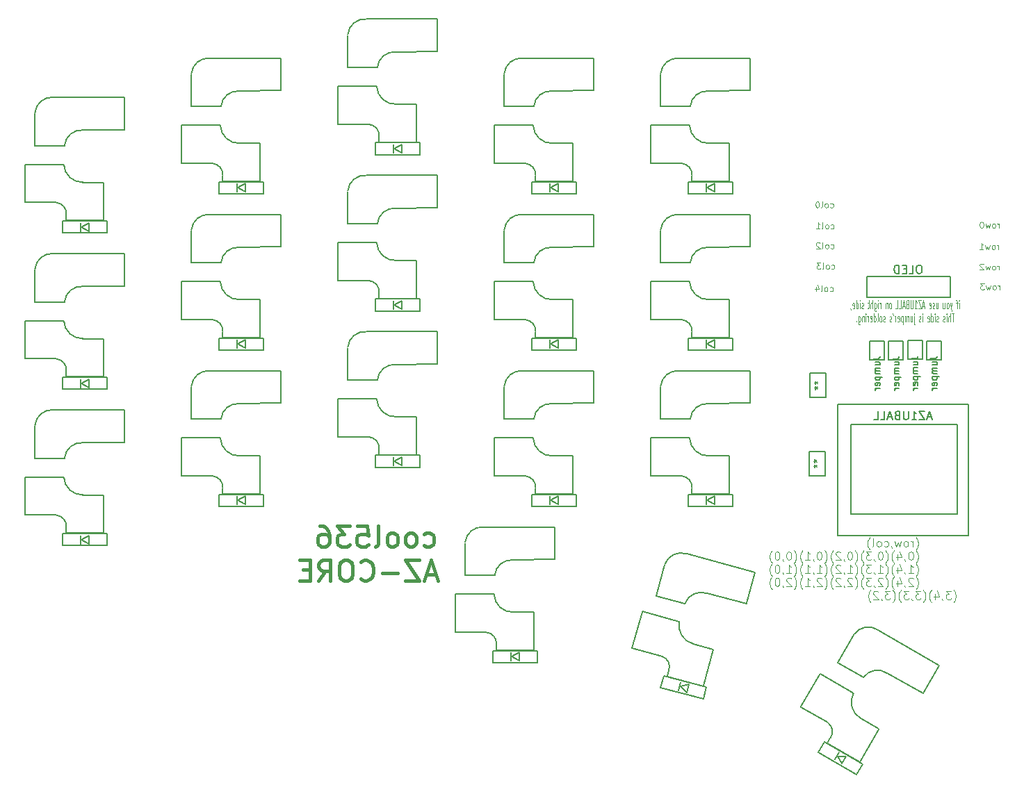
<source format=gbo>
G04 #@! TF.GenerationSoftware,KiCad,Pcbnew,(5.1.6-0-10_14)*
G04 #@! TF.CreationDate,2022-12-04T16:17:31+09:00*
G04 #@! TF.ProjectId,cool536_az-core,636f6f6c-3533-4365-9f61-7a2d636f7265,rev?*
G04 #@! TF.SameCoordinates,Original*
G04 #@! TF.FileFunction,Legend,Bot*
G04 #@! TF.FilePolarity,Positive*
%FSLAX46Y46*%
G04 Gerber Fmt 4.6, Leading zero omitted, Abs format (unit mm)*
G04 Created by KiCad (PCBNEW (5.1.6-0-10_14)) date 2022-12-04 16:17:31*
%MOMM*%
%LPD*%
G01*
G04 APERTURE LIST*
%ADD10C,0.125000*%
%ADD11C,0.100000*%
%ADD12C,0.400000*%
%ADD13C,0.150000*%
G04 APERTURE END LIST*
D10*
X106455238Y-28469880D02*
X106455238Y-27803214D01*
X106455238Y-27469880D02*
X106479047Y-27517500D01*
X106455238Y-27565119D01*
X106431428Y-27517500D01*
X106455238Y-27469880D01*
X106455238Y-27565119D01*
X106288571Y-27803214D02*
X106098095Y-27803214D01*
X106217142Y-28469880D02*
X106217142Y-27612738D01*
X106193333Y-27517500D01*
X106145714Y-27469880D01*
X106098095Y-27469880D01*
X105598095Y-27803214D02*
X105479047Y-28469880D01*
X105360000Y-27803214D02*
X105479047Y-28469880D01*
X105526666Y-28707976D01*
X105550476Y-28755595D01*
X105598095Y-28803214D01*
X105098095Y-28469880D02*
X105145714Y-28422261D01*
X105169523Y-28374642D01*
X105193333Y-28279404D01*
X105193333Y-27993690D01*
X105169523Y-27898452D01*
X105145714Y-27850833D01*
X105098095Y-27803214D01*
X105026666Y-27803214D01*
X104979047Y-27850833D01*
X104955238Y-27898452D01*
X104931428Y-27993690D01*
X104931428Y-28279404D01*
X104955238Y-28374642D01*
X104979047Y-28422261D01*
X105026666Y-28469880D01*
X105098095Y-28469880D01*
X104502857Y-27803214D02*
X104502857Y-28469880D01*
X104717142Y-27803214D02*
X104717142Y-28327023D01*
X104693333Y-28422261D01*
X104645714Y-28469880D01*
X104574285Y-28469880D01*
X104526666Y-28422261D01*
X104502857Y-28374642D01*
X103669523Y-27803214D02*
X103669523Y-28469880D01*
X103883809Y-27803214D02*
X103883809Y-28327023D01*
X103860000Y-28422261D01*
X103812380Y-28469880D01*
X103740952Y-28469880D01*
X103693333Y-28422261D01*
X103669523Y-28374642D01*
X103455238Y-28422261D02*
X103407619Y-28469880D01*
X103312380Y-28469880D01*
X103264761Y-28422261D01*
X103240952Y-28327023D01*
X103240952Y-28279404D01*
X103264761Y-28184166D01*
X103312380Y-28136547D01*
X103383809Y-28136547D01*
X103431428Y-28088928D01*
X103455238Y-27993690D01*
X103455238Y-27946071D01*
X103431428Y-27850833D01*
X103383809Y-27803214D01*
X103312380Y-27803214D01*
X103264761Y-27850833D01*
X102836190Y-28422261D02*
X102883809Y-28469880D01*
X102979047Y-28469880D01*
X103026666Y-28422261D01*
X103050476Y-28327023D01*
X103050476Y-27946071D01*
X103026666Y-27850833D01*
X102979047Y-27803214D01*
X102883809Y-27803214D01*
X102836190Y-27850833D01*
X102812380Y-27946071D01*
X102812380Y-28041309D01*
X103050476Y-28136547D01*
X102240952Y-28184166D02*
X102002857Y-28184166D01*
X102288571Y-28469880D02*
X102121904Y-27469880D01*
X101955238Y-28469880D01*
X101836190Y-27469880D02*
X101502857Y-27469880D01*
X101836190Y-28469880D01*
X101502857Y-28469880D01*
X101050476Y-28469880D02*
X101336190Y-28469880D01*
X101193333Y-28469880D02*
X101193333Y-27469880D01*
X101240952Y-27612738D01*
X101288571Y-27707976D01*
X101336190Y-27755595D01*
X100836190Y-27469880D02*
X100836190Y-28279404D01*
X100812380Y-28374642D01*
X100788571Y-28422261D01*
X100740952Y-28469880D01*
X100645714Y-28469880D01*
X100598095Y-28422261D01*
X100574285Y-28374642D01*
X100550476Y-28279404D01*
X100550476Y-27469880D01*
X100145714Y-27946071D02*
X100074285Y-27993690D01*
X100050476Y-28041309D01*
X100026666Y-28136547D01*
X100026666Y-28279404D01*
X100050476Y-28374642D01*
X100074285Y-28422261D01*
X100121904Y-28469880D01*
X100312380Y-28469880D01*
X100312380Y-27469880D01*
X100145714Y-27469880D01*
X100098095Y-27517500D01*
X100074285Y-27565119D01*
X100050476Y-27660357D01*
X100050476Y-27755595D01*
X100074285Y-27850833D01*
X100098095Y-27898452D01*
X100145714Y-27946071D01*
X100312380Y-27946071D01*
X99836190Y-28184166D02*
X99598095Y-28184166D01*
X99883809Y-28469880D02*
X99717142Y-27469880D01*
X99550476Y-28469880D01*
X99145714Y-28469880D02*
X99383809Y-28469880D01*
X99383809Y-27469880D01*
X98740952Y-28469880D02*
X98979047Y-28469880D01*
X98979047Y-27469880D01*
X98121904Y-28469880D02*
X98169523Y-28422261D01*
X98193333Y-28374642D01*
X98217142Y-28279404D01*
X98217142Y-27993690D01*
X98193333Y-27898452D01*
X98169523Y-27850833D01*
X98121904Y-27803214D01*
X98050476Y-27803214D01*
X98002857Y-27850833D01*
X97979047Y-27898452D01*
X97955238Y-27993690D01*
X97955238Y-28279404D01*
X97979047Y-28374642D01*
X98002857Y-28422261D01*
X98050476Y-28469880D01*
X98121904Y-28469880D01*
X97740952Y-27803214D02*
X97740952Y-28469880D01*
X97740952Y-27898452D02*
X97717142Y-27850833D01*
X97669523Y-27803214D01*
X97598095Y-27803214D01*
X97550476Y-27850833D01*
X97526666Y-27946071D01*
X97526666Y-28469880D01*
X96907619Y-28469880D02*
X96907619Y-27803214D01*
X96907619Y-27993690D02*
X96883809Y-27898452D01*
X96860000Y-27850833D01*
X96812380Y-27803214D01*
X96764761Y-27803214D01*
X96598095Y-28469880D02*
X96598095Y-27803214D01*
X96598095Y-27469880D02*
X96621904Y-27517500D01*
X96598095Y-27565119D01*
X96574285Y-27517500D01*
X96598095Y-27469880D01*
X96598095Y-27565119D01*
X96145714Y-27803214D02*
X96145714Y-28612738D01*
X96169523Y-28707976D01*
X96193333Y-28755595D01*
X96240952Y-28803214D01*
X96312380Y-28803214D01*
X96360000Y-28755595D01*
X96145714Y-28422261D02*
X96193333Y-28469880D01*
X96288571Y-28469880D01*
X96336190Y-28422261D01*
X96360000Y-28374642D01*
X96383809Y-28279404D01*
X96383809Y-27993690D01*
X96360000Y-27898452D01*
X96336190Y-27850833D01*
X96288571Y-27803214D01*
X96193333Y-27803214D01*
X96145714Y-27850833D01*
X95907619Y-28469880D02*
X95907619Y-27469880D01*
X95693333Y-28469880D02*
X95693333Y-27946071D01*
X95717142Y-27850833D01*
X95764761Y-27803214D01*
X95836190Y-27803214D01*
X95883809Y-27850833D01*
X95907619Y-27898452D01*
X95526666Y-27803214D02*
X95336190Y-27803214D01*
X95455238Y-27469880D02*
X95455238Y-28327023D01*
X95431428Y-28422261D01*
X95383809Y-28469880D01*
X95336190Y-28469880D01*
X94812380Y-28422261D02*
X94764761Y-28469880D01*
X94669523Y-28469880D01*
X94621904Y-28422261D01*
X94598095Y-28327023D01*
X94598095Y-28279404D01*
X94621904Y-28184166D01*
X94669523Y-28136547D01*
X94740952Y-28136547D01*
X94788571Y-28088928D01*
X94812380Y-27993690D01*
X94812380Y-27946071D01*
X94788571Y-27850833D01*
X94740952Y-27803214D01*
X94669523Y-27803214D01*
X94621904Y-27850833D01*
X94383809Y-28469880D02*
X94383809Y-27803214D01*
X94383809Y-27469880D02*
X94407619Y-27517500D01*
X94383809Y-27565119D01*
X94360000Y-27517500D01*
X94383809Y-27469880D01*
X94383809Y-27565119D01*
X93931428Y-28469880D02*
X93931428Y-27469880D01*
X93931428Y-28422261D02*
X93979047Y-28469880D01*
X94074285Y-28469880D01*
X94121904Y-28422261D01*
X94145714Y-28374642D01*
X94169523Y-28279404D01*
X94169523Y-27993690D01*
X94145714Y-27898452D01*
X94121904Y-27850833D01*
X94074285Y-27803214D01*
X93979047Y-27803214D01*
X93931428Y-27850833D01*
X93502857Y-28422261D02*
X93550476Y-28469880D01*
X93645714Y-28469880D01*
X93693333Y-28422261D01*
X93717142Y-28327023D01*
X93717142Y-27946071D01*
X93693333Y-27850833D01*
X93645714Y-27803214D01*
X93550476Y-27803214D01*
X93502857Y-27850833D01*
X93479047Y-27946071D01*
X93479047Y-28041309D01*
X93717142Y-28136547D01*
X93240952Y-28422261D02*
X93240952Y-28469880D01*
X93264761Y-28565119D01*
X93288571Y-28612738D01*
X105836190Y-29094880D02*
X105550476Y-29094880D01*
X105693333Y-30094880D02*
X105693333Y-29094880D01*
X105383809Y-30094880D02*
X105383809Y-29094880D01*
X105169523Y-30094880D02*
X105169523Y-29571071D01*
X105193333Y-29475833D01*
X105240952Y-29428214D01*
X105312380Y-29428214D01*
X105360000Y-29475833D01*
X105383809Y-29523452D01*
X104931428Y-30094880D02*
X104931428Y-29428214D01*
X104931428Y-29094880D02*
X104955238Y-29142500D01*
X104931428Y-29190119D01*
X104907619Y-29142500D01*
X104931428Y-29094880D01*
X104931428Y-29190119D01*
X104717142Y-30047261D02*
X104669523Y-30094880D01*
X104574285Y-30094880D01*
X104526666Y-30047261D01*
X104502857Y-29952023D01*
X104502857Y-29904404D01*
X104526666Y-29809166D01*
X104574285Y-29761547D01*
X104645714Y-29761547D01*
X104693333Y-29713928D01*
X104717142Y-29618690D01*
X104717142Y-29571071D01*
X104693333Y-29475833D01*
X104645714Y-29428214D01*
X104574285Y-29428214D01*
X104526666Y-29475833D01*
X103931428Y-30047261D02*
X103883809Y-30094880D01*
X103788571Y-30094880D01*
X103740952Y-30047261D01*
X103717142Y-29952023D01*
X103717142Y-29904404D01*
X103740952Y-29809166D01*
X103788571Y-29761547D01*
X103860000Y-29761547D01*
X103907619Y-29713928D01*
X103931428Y-29618690D01*
X103931428Y-29571071D01*
X103907619Y-29475833D01*
X103860000Y-29428214D01*
X103788571Y-29428214D01*
X103740952Y-29475833D01*
X103502857Y-30094880D02*
X103502857Y-29428214D01*
X103502857Y-29094880D02*
X103526666Y-29142500D01*
X103502857Y-29190119D01*
X103479047Y-29142500D01*
X103502857Y-29094880D01*
X103502857Y-29190119D01*
X103050476Y-30094880D02*
X103050476Y-29094880D01*
X103050476Y-30047261D02*
X103098095Y-30094880D01*
X103193333Y-30094880D01*
X103240952Y-30047261D01*
X103264761Y-29999642D01*
X103288571Y-29904404D01*
X103288571Y-29618690D01*
X103264761Y-29523452D01*
X103240952Y-29475833D01*
X103193333Y-29428214D01*
X103098095Y-29428214D01*
X103050476Y-29475833D01*
X102621904Y-30047261D02*
X102669523Y-30094880D01*
X102764761Y-30094880D01*
X102812380Y-30047261D01*
X102836190Y-29952023D01*
X102836190Y-29571071D01*
X102812380Y-29475833D01*
X102764761Y-29428214D01*
X102669523Y-29428214D01*
X102621904Y-29475833D01*
X102598095Y-29571071D01*
X102598095Y-29666309D01*
X102836190Y-29761547D01*
X102002857Y-30094880D02*
X102002857Y-29428214D01*
X102002857Y-29094880D02*
X102026666Y-29142500D01*
X102002857Y-29190119D01*
X101979047Y-29142500D01*
X102002857Y-29094880D01*
X102002857Y-29190119D01*
X101788571Y-30047261D02*
X101740952Y-30094880D01*
X101645714Y-30094880D01*
X101598095Y-30047261D01*
X101574285Y-29952023D01*
X101574285Y-29904404D01*
X101598095Y-29809166D01*
X101645714Y-29761547D01*
X101717142Y-29761547D01*
X101764761Y-29713928D01*
X101788571Y-29618690D01*
X101788571Y-29571071D01*
X101764761Y-29475833D01*
X101717142Y-29428214D01*
X101645714Y-29428214D01*
X101598095Y-29475833D01*
X100979047Y-29428214D02*
X100979047Y-30285357D01*
X101002857Y-30380595D01*
X101050476Y-30428214D01*
X101074285Y-30428214D01*
X100979047Y-29094880D02*
X101002857Y-29142500D01*
X100979047Y-29190119D01*
X100955238Y-29142500D01*
X100979047Y-29094880D01*
X100979047Y-29190119D01*
X100526666Y-29428214D02*
X100526666Y-30094880D01*
X100740952Y-29428214D02*
X100740952Y-29952023D01*
X100717142Y-30047261D01*
X100669523Y-30094880D01*
X100598095Y-30094880D01*
X100550476Y-30047261D01*
X100526666Y-29999642D01*
X100288571Y-30094880D02*
X100288571Y-29428214D01*
X100288571Y-29523452D02*
X100264761Y-29475833D01*
X100217142Y-29428214D01*
X100145714Y-29428214D01*
X100098095Y-29475833D01*
X100074285Y-29571071D01*
X100074285Y-30094880D01*
X100074285Y-29571071D02*
X100050476Y-29475833D01*
X100002857Y-29428214D01*
X99931428Y-29428214D01*
X99883809Y-29475833D01*
X99860000Y-29571071D01*
X99860000Y-30094880D01*
X99621904Y-29428214D02*
X99621904Y-30428214D01*
X99621904Y-29475833D02*
X99574285Y-29428214D01*
X99479047Y-29428214D01*
X99431428Y-29475833D01*
X99407619Y-29523452D01*
X99383809Y-29618690D01*
X99383809Y-29904404D01*
X99407619Y-29999642D01*
X99431428Y-30047261D01*
X99479047Y-30094880D01*
X99574285Y-30094880D01*
X99621904Y-30047261D01*
X98979047Y-30047261D02*
X99026666Y-30094880D01*
X99121904Y-30094880D01*
X99169523Y-30047261D01*
X99193333Y-29952023D01*
X99193333Y-29571071D01*
X99169523Y-29475833D01*
X99121904Y-29428214D01*
X99026666Y-29428214D01*
X98979047Y-29475833D01*
X98955238Y-29571071D01*
X98955238Y-29666309D01*
X99193333Y-29761547D01*
X98740952Y-30094880D02*
X98740952Y-29428214D01*
X98740952Y-29618690D02*
X98717142Y-29523452D01*
X98693333Y-29475833D01*
X98645714Y-29428214D01*
X98598095Y-29428214D01*
X98407619Y-29094880D02*
X98407619Y-29142500D01*
X98431428Y-29237738D01*
X98455238Y-29285357D01*
X98217142Y-30047261D02*
X98169523Y-30094880D01*
X98074285Y-30094880D01*
X98026666Y-30047261D01*
X98002857Y-29952023D01*
X98002857Y-29904404D01*
X98026666Y-29809166D01*
X98074285Y-29761547D01*
X98145714Y-29761547D01*
X98193333Y-29713928D01*
X98217142Y-29618690D01*
X98217142Y-29571071D01*
X98193333Y-29475833D01*
X98145714Y-29428214D01*
X98074285Y-29428214D01*
X98026666Y-29475833D01*
X97431428Y-30047261D02*
X97383809Y-30094880D01*
X97288571Y-30094880D01*
X97240952Y-30047261D01*
X97217142Y-29952023D01*
X97217142Y-29904404D01*
X97240952Y-29809166D01*
X97288571Y-29761547D01*
X97360000Y-29761547D01*
X97407619Y-29713928D01*
X97431428Y-29618690D01*
X97431428Y-29571071D01*
X97407619Y-29475833D01*
X97360000Y-29428214D01*
X97288571Y-29428214D01*
X97240952Y-29475833D01*
X96931428Y-30094880D02*
X96979047Y-30047261D01*
X97002857Y-29999642D01*
X97026666Y-29904404D01*
X97026666Y-29618690D01*
X97002857Y-29523452D01*
X96979047Y-29475833D01*
X96931428Y-29428214D01*
X96860000Y-29428214D01*
X96812380Y-29475833D01*
X96788571Y-29523452D01*
X96764761Y-29618690D01*
X96764761Y-29904404D01*
X96788571Y-29999642D01*
X96812380Y-30047261D01*
X96860000Y-30094880D01*
X96931428Y-30094880D01*
X96479047Y-30094880D02*
X96526666Y-30047261D01*
X96550476Y-29952023D01*
X96550476Y-29094880D01*
X96074285Y-30094880D02*
X96074285Y-29094880D01*
X96074285Y-30047261D02*
X96121904Y-30094880D01*
X96217142Y-30094880D01*
X96264761Y-30047261D01*
X96288571Y-29999642D01*
X96312380Y-29904404D01*
X96312380Y-29618690D01*
X96288571Y-29523452D01*
X96264761Y-29475833D01*
X96217142Y-29428214D01*
X96121904Y-29428214D01*
X96074285Y-29475833D01*
X95645714Y-30047261D02*
X95693333Y-30094880D01*
X95788571Y-30094880D01*
X95836190Y-30047261D01*
X95860000Y-29952023D01*
X95860000Y-29571071D01*
X95836190Y-29475833D01*
X95788571Y-29428214D01*
X95693333Y-29428214D01*
X95645714Y-29475833D01*
X95621904Y-29571071D01*
X95621904Y-29666309D01*
X95860000Y-29761547D01*
X95407619Y-30094880D02*
X95407619Y-29428214D01*
X95407619Y-29618690D02*
X95383809Y-29523452D01*
X95360000Y-29475833D01*
X95312380Y-29428214D01*
X95264761Y-29428214D01*
X95098095Y-30094880D02*
X95098095Y-29428214D01*
X95098095Y-29094880D02*
X95121904Y-29142500D01*
X95098095Y-29190119D01*
X95074285Y-29142500D01*
X95098095Y-29094880D01*
X95098095Y-29190119D01*
X94860000Y-29428214D02*
X94860000Y-30094880D01*
X94860000Y-29523452D02*
X94836190Y-29475833D01*
X94788571Y-29428214D01*
X94717142Y-29428214D01*
X94669523Y-29475833D01*
X94645714Y-29571071D01*
X94645714Y-30094880D01*
X94193333Y-29428214D02*
X94193333Y-30237738D01*
X94217142Y-30332976D01*
X94240952Y-30380595D01*
X94288571Y-30428214D01*
X94360000Y-30428214D01*
X94407619Y-30380595D01*
X94193333Y-30047261D02*
X94240952Y-30094880D01*
X94336190Y-30094880D01*
X94383809Y-30047261D01*
X94407619Y-29999642D01*
X94431428Y-29904404D01*
X94431428Y-29618690D01*
X94407619Y-29523452D01*
X94383809Y-29475833D01*
X94336190Y-29428214D01*
X94240952Y-29428214D01*
X94193333Y-29475833D01*
X93955238Y-29999642D02*
X93931428Y-30047261D01*
X93955238Y-30094880D01*
X93979047Y-30047261D01*
X93955238Y-29999642D01*
X93955238Y-30094880D01*
D11*
X101209761Y-57883333D02*
X101257380Y-57835714D01*
X101352619Y-57692857D01*
X101400238Y-57597619D01*
X101447857Y-57454761D01*
X101495476Y-57216666D01*
X101495476Y-57026190D01*
X101447857Y-56788095D01*
X101400238Y-56645238D01*
X101352619Y-56550000D01*
X101257380Y-56407142D01*
X101209761Y-56359523D01*
X100828809Y-57502380D02*
X100828809Y-56835714D01*
X100828809Y-57026190D02*
X100781190Y-56930952D01*
X100733571Y-56883333D01*
X100638333Y-56835714D01*
X100543095Y-56835714D01*
X100066904Y-57502380D02*
X100162142Y-57454761D01*
X100209761Y-57407142D01*
X100257380Y-57311904D01*
X100257380Y-57026190D01*
X100209761Y-56930952D01*
X100162142Y-56883333D01*
X100066904Y-56835714D01*
X99924047Y-56835714D01*
X99828809Y-56883333D01*
X99781190Y-56930952D01*
X99733571Y-57026190D01*
X99733571Y-57311904D01*
X99781190Y-57407142D01*
X99828809Y-57454761D01*
X99924047Y-57502380D01*
X100066904Y-57502380D01*
X99400238Y-56835714D02*
X99209761Y-57502380D01*
X99019285Y-57026190D01*
X98828809Y-57502380D01*
X98638333Y-56835714D01*
X98209761Y-57454761D02*
X98209761Y-57502380D01*
X98257380Y-57597619D01*
X98305000Y-57645238D01*
X97352619Y-57454761D02*
X97447857Y-57502380D01*
X97638333Y-57502380D01*
X97733571Y-57454761D01*
X97781190Y-57407142D01*
X97828809Y-57311904D01*
X97828809Y-57026190D01*
X97781190Y-56930952D01*
X97733571Y-56883333D01*
X97638333Y-56835714D01*
X97447857Y-56835714D01*
X97352619Y-56883333D01*
X96781190Y-57502380D02*
X96876428Y-57454761D01*
X96924047Y-57407142D01*
X96971666Y-57311904D01*
X96971666Y-57026190D01*
X96924047Y-56930952D01*
X96876428Y-56883333D01*
X96781190Y-56835714D01*
X96638333Y-56835714D01*
X96543095Y-56883333D01*
X96495476Y-56930952D01*
X96447857Y-57026190D01*
X96447857Y-57311904D01*
X96495476Y-57407142D01*
X96543095Y-57454761D01*
X96638333Y-57502380D01*
X96781190Y-57502380D01*
X95876428Y-57502380D02*
X95971666Y-57454761D01*
X96019285Y-57359523D01*
X96019285Y-56502380D01*
X95590714Y-57883333D02*
X95543095Y-57835714D01*
X95447857Y-57692857D01*
X95400238Y-57597619D01*
X95352619Y-57454761D01*
X95305000Y-57216666D01*
X95305000Y-57026190D01*
X95352619Y-56788095D01*
X95400238Y-56645238D01*
X95447857Y-56550000D01*
X95543095Y-56407142D01*
X95590714Y-56359523D01*
X101209761Y-59483333D02*
X101257380Y-59435714D01*
X101352619Y-59292857D01*
X101400238Y-59197619D01*
X101447857Y-59054761D01*
X101495476Y-58816666D01*
X101495476Y-58626190D01*
X101447857Y-58388095D01*
X101400238Y-58245238D01*
X101352619Y-58150000D01*
X101257380Y-58007142D01*
X101209761Y-57959523D01*
X100638333Y-58102380D02*
X100543095Y-58102380D01*
X100447857Y-58150000D01*
X100400238Y-58197619D01*
X100352619Y-58292857D01*
X100305000Y-58483333D01*
X100305000Y-58721428D01*
X100352619Y-58911904D01*
X100400238Y-59007142D01*
X100447857Y-59054761D01*
X100543095Y-59102380D01*
X100638333Y-59102380D01*
X100733571Y-59054761D01*
X100781190Y-59007142D01*
X100828809Y-58911904D01*
X100876428Y-58721428D01*
X100876428Y-58483333D01*
X100828809Y-58292857D01*
X100781190Y-58197619D01*
X100733571Y-58150000D01*
X100638333Y-58102380D01*
X99828809Y-59054761D02*
X99828809Y-59102380D01*
X99876428Y-59197619D01*
X99924047Y-59245238D01*
X98971666Y-58435714D02*
X98971666Y-59102380D01*
X99209761Y-58054761D02*
X99447857Y-58769047D01*
X98828809Y-58769047D01*
X98543095Y-59483333D02*
X98495476Y-59435714D01*
X98400238Y-59292857D01*
X98352619Y-59197619D01*
X98305000Y-59054761D01*
X98257380Y-58816666D01*
X98257380Y-58626190D01*
X98305000Y-58388095D01*
X98352619Y-58245238D01*
X98400238Y-58150000D01*
X98495476Y-58007142D01*
X98543095Y-57959523D01*
X97495476Y-59483333D02*
X97543095Y-59435714D01*
X97638333Y-59292857D01*
X97685952Y-59197619D01*
X97733571Y-59054761D01*
X97781190Y-58816666D01*
X97781190Y-58626190D01*
X97733571Y-58388095D01*
X97685952Y-58245238D01*
X97638333Y-58150000D01*
X97543095Y-58007142D01*
X97495476Y-57959523D01*
X96924047Y-58102380D02*
X96828809Y-58102380D01*
X96733571Y-58150000D01*
X96685952Y-58197619D01*
X96638333Y-58292857D01*
X96590714Y-58483333D01*
X96590714Y-58721428D01*
X96638333Y-58911904D01*
X96685952Y-59007142D01*
X96733571Y-59054761D01*
X96828809Y-59102380D01*
X96924047Y-59102380D01*
X97019285Y-59054761D01*
X97066904Y-59007142D01*
X97114523Y-58911904D01*
X97162142Y-58721428D01*
X97162142Y-58483333D01*
X97114523Y-58292857D01*
X97066904Y-58197619D01*
X97019285Y-58150000D01*
X96924047Y-58102380D01*
X96114523Y-59054761D02*
X96114523Y-59102380D01*
X96162142Y-59197619D01*
X96209761Y-59245238D01*
X95781190Y-58102380D02*
X95162142Y-58102380D01*
X95495476Y-58483333D01*
X95352619Y-58483333D01*
X95257380Y-58530952D01*
X95209761Y-58578571D01*
X95162142Y-58673809D01*
X95162142Y-58911904D01*
X95209761Y-59007142D01*
X95257380Y-59054761D01*
X95352619Y-59102380D01*
X95638333Y-59102380D01*
X95733571Y-59054761D01*
X95781190Y-59007142D01*
X94828809Y-59483333D02*
X94781190Y-59435714D01*
X94685952Y-59292857D01*
X94638333Y-59197619D01*
X94590714Y-59054761D01*
X94543095Y-58816666D01*
X94543095Y-58626190D01*
X94590714Y-58388095D01*
X94638333Y-58245238D01*
X94685952Y-58150000D01*
X94781190Y-58007142D01*
X94828809Y-57959523D01*
X93781190Y-59483333D02*
X93828809Y-59435714D01*
X93924047Y-59292857D01*
X93971666Y-59197619D01*
X94019285Y-59054761D01*
X94066904Y-58816666D01*
X94066904Y-58626190D01*
X94019285Y-58388095D01*
X93971666Y-58245238D01*
X93924047Y-58150000D01*
X93828809Y-58007142D01*
X93781190Y-57959523D01*
X93209761Y-58102380D02*
X93114523Y-58102380D01*
X93019285Y-58150000D01*
X92971666Y-58197619D01*
X92924047Y-58292857D01*
X92876428Y-58483333D01*
X92876428Y-58721428D01*
X92924047Y-58911904D01*
X92971666Y-59007142D01*
X93019285Y-59054761D01*
X93114523Y-59102380D01*
X93209761Y-59102380D01*
X93305000Y-59054761D01*
X93352619Y-59007142D01*
X93400238Y-58911904D01*
X93447857Y-58721428D01*
X93447857Y-58483333D01*
X93400238Y-58292857D01*
X93352619Y-58197619D01*
X93305000Y-58150000D01*
X93209761Y-58102380D01*
X92400238Y-59054761D02*
X92400238Y-59102380D01*
X92447857Y-59197619D01*
X92495476Y-59245238D01*
X92019285Y-58197619D02*
X91971666Y-58150000D01*
X91876428Y-58102380D01*
X91638333Y-58102380D01*
X91543095Y-58150000D01*
X91495476Y-58197619D01*
X91447857Y-58292857D01*
X91447857Y-58388095D01*
X91495476Y-58530952D01*
X92066904Y-59102380D01*
X91447857Y-59102380D01*
X91114523Y-59483333D02*
X91066904Y-59435714D01*
X90971666Y-59292857D01*
X90924047Y-59197619D01*
X90876428Y-59054761D01*
X90828809Y-58816666D01*
X90828809Y-58626190D01*
X90876428Y-58388095D01*
X90924047Y-58245238D01*
X90971666Y-58150000D01*
X91066904Y-58007142D01*
X91114523Y-57959523D01*
X90066904Y-59483333D02*
X90114523Y-59435714D01*
X90209761Y-59292857D01*
X90257380Y-59197619D01*
X90305000Y-59054761D01*
X90352619Y-58816666D01*
X90352619Y-58626190D01*
X90305000Y-58388095D01*
X90257380Y-58245238D01*
X90209761Y-58150000D01*
X90114523Y-58007142D01*
X90066904Y-57959523D01*
X89495476Y-58102380D02*
X89400238Y-58102380D01*
X89305000Y-58150000D01*
X89257380Y-58197619D01*
X89209761Y-58292857D01*
X89162142Y-58483333D01*
X89162142Y-58721428D01*
X89209761Y-58911904D01*
X89257380Y-59007142D01*
X89305000Y-59054761D01*
X89400238Y-59102380D01*
X89495476Y-59102380D01*
X89590714Y-59054761D01*
X89638333Y-59007142D01*
X89685952Y-58911904D01*
X89733571Y-58721428D01*
X89733571Y-58483333D01*
X89685952Y-58292857D01*
X89638333Y-58197619D01*
X89590714Y-58150000D01*
X89495476Y-58102380D01*
X88685952Y-59054761D02*
X88685952Y-59102380D01*
X88733571Y-59197619D01*
X88781190Y-59245238D01*
X87733571Y-59102380D02*
X88305000Y-59102380D01*
X88019285Y-59102380D02*
X88019285Y-58102380D01*
X88114523Y-58245238D01*
X88209761Y-58340476D01*
X88305000Y-58388095D01*
X87400238Y-59483333D02*
X87352619Y-59435714D01*
X87257380Y-59292857D01*
X87209761Y-59197619D01*
X87162142Y-59054761D01*
X87114523Y-58816666D01*
X87114523Y-58626190D01*
X87162142Y-58388095D01*
X87209761Y-58245238D01*
X87257380Y-58150000D01*
X87352619Y-58007142D01*
X87400238Y-57959523D01*
X86352619Y-59483333D02*
X86400238Y-59435714D01*
X86495476Y-59292857D01*
X86543095Y-59197619D01*
X86590714Y-59054761D01*
X86638333Y-58816666D01*
X86638333Y-58626190D01*
X86590714Y-58388095D01*
X86543095Y-58245238D01*
X86495476Y-58150000D01*
X86400238Y-58007142D01*
X86352619Y-57959523D01*
X85781190Y-58102380D02*
X85685952Y-58102380D01*
X85590714Y-58150000D01*
X85543095Y-58197619D01*
X85495476Y-58292857D01*
X85447857Y-58483333D01*
X85447857Y-58721428D01*
X85495476Y-58911904D01*
X85543095Y-59007142D01*
X85590714Y-59054761D01*
X85685952Y-59102380D01*
X85781190Y-59102380D01*
X85876428Y-59054761D01*
X85924047Y-59007142D01*
X85971666Y-58911904D01*
X86019285Y-58721428D01*
X86019285Y-58483333D01*
X85971666Y-58292857D01*
X85924047Y-58197619D01*
X85876428Y-58150000D01*
X85781190Y-58102380D01*
X84971666Y-59054761D02*
X84971666Y-59102380D01*
X85019285Y-59197619D01*
X85066904Y-59245238D01*
X84352619Y-58102380D02*
X84257380Y-58102380D01*
X84162142Y-58150000D01*
X84114523Y-58197619D01*
X84066904Y-58292857D01*
X84019285Y-58483333D01*
X84019285Y-58721428D01*
X84066904Y-58911904D01*
X84114523Y-59007142D01*
X84162142Y-59054761D01*
X84257380Y-59102380D01*
X84352619Y-59102380D01*
X84447857Y-59054761D01*
X84495476Y-59007142D01*
X84543095Y-58911904D01*
X84590714Y-58721428D01*
X84590714Y-58483333D01*
X84543095Y-58292857D01*
X84495476Y-58197619D01*
X84447857Y-58150000D01*
X84352619Y-58102380D01*
X83685952Y-59483333D02*
X83638333Y-59435714D01*
X83543095Y-59292857D01*
X83495476Y-59197619D01*
X83447857Y-59054761D01*
X83400238Y-58816666D01*
X83400238Y-58626190D01*
X83447857Y-58388095D01*
X83495476Y-58245238D01*
X83543095Y-58150000D01*
X83638333Y-58007142D01*
X83685952Y-57959523D01*
X101209761Y-61083333D02*
X101257380Y-61035714D01*
X101352619Y-60892857D01*
X101400238Y-60797619D01*
X101447857Y-60654761D01*
X101495476Y-60416666D01*
X101495476Y-60226190D01*
X101447857Y-59988095D01*
X101400238Y-59845238D01*
X101352619Y-59750000D01*
X101257380Y-59607142D01*
X101209761Y-59559523D01*
X100305000Y-60702380D02*
X100876428Y-60702380D01*
X100590714Y-60702380D02*
X100590714Y-59702380D01*
X100685952Y-59845238D01*
X100781190Y-59940476D01*
X100876428Y-59988095D01*
X99828809Y-60654761D02*
X99828809Y-60702380D01*
X99876428Y-60797619D01*
X99924047Y-60845238D01*
X98971666Y-60035714D02*
X98971666Y-60702380D01*
X99209761Y-59654761D02*
X99447857Y-60369047D01*
X98828809Y-60369047D01*
X98543095Y-61083333D02*
X98495476Y-61035714D01*
X98400238Y-60892857D01*
X98352619Y-60797619D01*
X98305000Y-60654761D01*
X98257380Y-60416666D01*
X98257380Y-60226190D01*
X98305000Y-59988095D01*
X98352619Y-59845238D01*
X98400238Y-59750000D01*
X98495476Y-59607142D01*
X98543095Y-59559523D01*
X97495476Y-61083333D02*
X97543095Y-61035714D01*
X97638333Y-60892857D01*
X97685952Y-60797619D01*
X97733571Y-60654761D01*
X97781190Y-60416666D01*
X97781190Y-60226190D01*
X97733571Y-59988095D01*
X97685952Y-59845238D01*
X97638333Y-59750000D01*
X97543095Y-59607142D01*
X97495476Y-59559523D01*
X96590714Y-60702380D02*
X97162142Y-60702380D01*
X96876428Y-60702380D02*
X96876428Y-59702380D01*
X96971666Y-59845238D01*
X97066904Y-59940476D01*
X97162142Y-59988095D01*
X96114523Y-60654761D02*
X96114523Y-60702380D01*
X96162142Y-60797619D01*
X96209761Y-60845238D01*
X95781190Y-59702380D02*
X95162142Y-59702380D01*
X95495476Y-60083333D01*
X95352619Y-60083333D01*
X95257380Y-60130952D01*
X95209761Y-60178571D01*
X95162142Y-60273809D01*
X95162142Y-60511904D01*
X95209761Y-60607142D01*
X95257380Y-60654761D01*
X95352619Y-60702380D01*
X95638333Y-60702380D01*
X95733571Y-60654761D01*
X95781190Y-60607142D01*
X94828809Y-61083333D02*
X94781190Y-61035714D01*
X94685952Y-60892857D01*
X94638333Y-60797619D01*
X94590714Y-60654761D01*
X94543095Y-60416666D01*
X94543095Y-60226190D01*
X94590714Y-59988095D01*
X94638333Y-59845238D01*
X94685952Y-59750000D01*
X94781190Y-59607142D01*
X94828809Y-59559523D01*
X93781190Y-61083333D02*
X93828809Y-61035714D01*
X93924047Y-60892857D01*
X93971666Y-60797619D01*
X94019285Y-60654761D01*
X94066904Y-60416666D01*
X94066904Y-60226190D01*
X94019285Y-59988095D01*
X93971666Y-59845238D01*
X93924047Y-59750000D01*
X93828809Y-59607142D01*
X93781190Y-59559523D01*
X92876428Y-60702380D02*
X93447857Y-60702380D01*
X93162142Y-60702380D02*
X93162142Y-59702380D01*
X93257380Y-59845238D01*
X93352619Y-59940476D01*
X93447857Y-59988095D01*
X92400238Y-60654761D02*
X92400238Y-60702380D01*
X92447857Y-60797619D01*
X92495476Y-60845238D01*
X92019285Y-59797619D02*
X91971666Y-59750000D01*
X91876428Y-59702380D01*
X91638333Y-59702380D01*
X91543095Y-59750000D01*
X91495476Y-59797619D01*
X91447857Y-59892857D01*
X91447857Y-59988095D01*
X91495476Y-60130952D01*
X92066904Y-60702380D01*
X91447857Y-60702380D01*
X91114523Y-61083333D02*
X91066904Y-61035714D01*
X90971666Y-60892857D01*
X90924047Y-60797619D01*
X90876428Y-60654761D01*
X90828809Y-60416666D01*
X90828809Y-60226190D01*
X90876428Y-59988095D01*
X90924047Y-59845238D01*
X90971666Y-59750000D01*
X91066904Y-59607142D01*
X91114523Y-59559523D01*
X90066904Y-61083333D02*
X90114523Y-61035714D01*
X90209761Y-60892857D01*
X90257380Y-60797619D01*
X90305000Y-60654761D01*
X90352619Y-60416666D01*
X90352619Y-60226190D01*
X90305000Y-59988095D01*
X90257380Y-59845238D01*
X90209761Y-59750000D01*
X90114523Y-59607142D01*
X90066904Y-59559523D01*
X89162142Y-60702380D02*
X89733571Y-60702380D01*
X89447857Y-60702380D02*
X89447857Y-59702380D01*
X89543095Y-59845238D01*
X89638333Y-59940476D01*
X89733571Y-59988095D01*
X88685952Y-60654761D02*
X88685952Y-60702380D01*
X88733571Y-60797619D01*
X88781190Y-60845238D01*
X87733571Y-60702380D02*
X88305000Y-60702380D01*
X88019285Y-60702380D02*
X88019285Y-59702380D01*
X88114523Y-59845238D01*
X88209761Y-59940476D01*
X88305000Y-59988095D01*
X87400238Y-61083333D02*
X87352619Y-61035714D01*
X87257380Y-60892857D01*
X87209761Y-60797619D01*
X87162142Y-60654761D01*
X87114523Y-60416666D01*
X87114523Y-60226190D01*
X87162142Y-59988095D01*
X87209761Y-59845238D01*
X87257380Y-59750000D01*
X87352619Y-59607142D01*
X87400238Y-59559523D01*
X86352619Y-61083333D02*
X86400238Y-61035714D01*
X86495476Y-60892857D01*
X86543095Y-60797619D01*
X86590714Y-60654761D01*
X86638333Y-60416666D01*
X86638333Y-60226190D01*
X86590714Y-59988095D01*
X86543095Y-59845238D01*
X86495476Y-59750000D01*
X86400238Y-59607142D01*
X86352619Y-59559523D01*
X85447857Y-60702380D02*
X86019285Y-60702380D01*
X85733571Y-60702380D02*
X85733571Y-59702380D01*
X85828809Y-59845238D01*
X85924047Y-59940476D01*
X86019285Y-59988095D01*
X84971666Y-60654761D02*
X84971666Y-60702380D01*
X85019285Y-60797619D01*
X85066904Y-60845238D01*
X84352619Y-59702380D02*
X84257380Y-59702380D01*
X84162142Y-59750000D01*
X84114523Y-59797619D01*
X84066904Y-59892857D01*
X84019285Y-60083333D01*
X84019285Y-60321428D01*
X84066904Y-60511904D01*
X84114523Y-60607142D01*
X84162142Y-60654761D01*
X84257380Y-60702380D01*
X84352619Y-60702380D01*
X84447857Y-60654761D01*
X84495476Y-60607142D01*
X84543095Y-60511904D01*
X84590714Y-60321428D01*
X84590714Y-60083333D01*
X84543095Y-59892857D01*
X84495476Y-59797619D01*
X84447857Y-59750000D01*
X84352619Y-59702380D01*
X83685952Y-61083333D02*
X83638333Y-61035714D01*
X83543095Y-60892857D01*
X83495476Y-60797619D01*
X83447857Y-60654761D01*
X83400238Y-60416666D01*
X83400238Y-60226190D01*
X83447857Y-59988095D01*
X83495476Y-59845238D01*
X83543095Y-59750000D01*
X83638333Y-59607142D01*
X83685952Y-59559523D01*
X101209761Y-62683333D02*
X101257380Y-62635714D01*
X101352619Y-62492857D01*
X101400238Y-62397619D01*
X101447857Y-62254761D01*
X101495476Y-62016666D01*
X101495476Y-61826190D01*
X101447857Y-61588095D01*
X101400238Y-61445238D01*
X101352619Y-61350000D01*
X101257380Y-61207142D01*
X101209761Y-61159523D01*
X100876428Y-61397619D02*
X100828809Y-61350000D01*
X100733571Y-61302380D01*
X100495476Y-61302380D01*
X100400238Y-61350000D01*
X100352619Y-61397619D01*
X100305000Y-61492857D01*
X100305000Y-61588095D01*
X100352619Y-61730952D01*
X100924047Y-62302380D01*
X100305000Y-62302380D01*
X99828809Y-62254761D02*
X99828809Y-62302380D01*
X99876428Y-62397619D01*
X99924047Y-62445238D01*
X98971666Y-61635714D02*
X98971666Y-62302380D01*
X99209761Y-61254761D02*
X99447857Y-61969047D01*
X98828809Y-61969047D01*
X98543095Y-62683333D02*
X98495476Y-62635714D01*
X98400238Y-62492857D01*
X98352619Y-62397619D01*
X98305000Y-62254761D01*
X98257380Y-62016666D01*
X98257380Y-61826190D01*
X98305000Y-61588095D01*
X98352619Y-61445238D01*
X98400238Y-61350000D01*
X98495476Y-61207142D01*
X98543095Y-61159523D01*
X97495476Y-62683333D02*
X97543095Y-62635714D01*
X97638333Y-62492857D01*
X97685952Y-62397619D01*
X97733571Y-62254761D01*
X97781190Y-62016666D01*
X97781190Y-61826190D01*
X97733571Y-61588095D01*
X97685952Y-61445238D01*
X97638333Y-61350000D01*
X97543095Y-61207142D01*
X97495476Y-61159523D01*
X97162142Y-61397619D02*
X97114523Y-61350000D01*
X97019285Y-61302380D01*
X96781190Y-61302380D01*
X96685952Y-61350000D01*
X96638333Y-61397619D01*
X96590714Y-61492857D01*
X96590714Y-61588095D01*
X96638333Y-61730952D01*
X97209761Y-62302380D01*
X96590714Y-62302380D01*
X96114523Y-62254761D02*
X96114523Y-62302380D01*
X96162142Y-62397619D01*
X96209761Y-62445238D01*
X95781190Y-61302380D02*
X95162142Y-61302380D01*
X95495476Y-61683333D01*
X95352619Y-61683333D01*
X95257380Y-61730952D01*
X95209761Y-61778571D01*
X95162142Y-61873809D01*
X95162142Y-62111904D01*
X95209761Y-62207142D01*
X95257380Y-62254761D01*
X95352619Y-62302380D01*
X95638333Y-62302380D01*
X95733571Y-62254761D01*
X95781190Y-62207142D01*
X94828809Y-62683333D02*
X94781190Y-62635714D01*
X94685952Y-62492857D01*
X94638333Y-62397619D01*
X94590714Y-62254761D01*
X94543095Y-62016666D01*
X94543095Y-61826190D01*
X94590714Y-61588095D01*
X94638333Y-61445238D01*
X94685952Y-61350000D01*
X94781190Y-61207142D01*
X94828809Y-61159523D01*
X93781190Y-62683333D02*
X93828809Y-62635714D01*
X93924047Y-62492857D01*
X93971666Y-62397619D01*
X94019285Y-62254761D01*
X94066904Y-62016666D01*
X94066904Y-61826190D01*
X94019285Y-61588095D01*
X93971666Y-61445238D01*
X93924047Y-61350000D01*
X93828809Y-61207142D01*
X93781190Y-61159523D01*
X93447857Y-61397619D02*
X93400238Y-61350000D01*
X93305000Y-61302380D01*
X93066904Y-61302380D01*
X92971666Y-61350000D01*
X92924047Y-61397619D01*
X92876428Y-61492857D01*
X92876428Y-61588095D01*
X92924047Y-61730952D01*
X93495476Y-62302380D01*
X92876428Y-62302380D01*
X92400238Y-62254761D02*
X92400238Y-62302380D01*
X92447857Y-62397619D01*
X92495476Y-62445238D01*
X92019285Y-61397619D02*
X91971666Y-61350000D01*
X91876428Y-61302380D01*
X91638333Y-61302380D01*
X91543095Y-61350000D01*
X91495476Y-61397619D01*
X91447857Y-61492857D01*
X91447857Y-61588095D01*
X91495476Y-61730952D01*
X92066904Y-62302380D01*
X91447857Y-62302380D01*
X91114523Y-62683333D02*
X91066904Y-62635714D01*
X90971666Y-62492857D01*
X90924047Y-62397619D01*
X90876428Y-62254761D01*
X90828809Y-62016666D01*
X90828809Y-61826190D01*
X90876428Y-61588095D01*
X90924047Y-61445238D01*
X90971666Y-61350000D01*
X91066904Y-61207142D01*
X91114523Y-61159523D01*
X90066904Y-62683333D02*
X90114523Y-62635714D01*
X90209761Y-62492857D01*
X90257380Y-62397619D01*
X90305000Y-62254761D01*
X90352619Y-62016666D01*
X90352619Y-61826190D01*
X90305000Y-61588095D01*
X90257380Y-61445238D01*
X90209761Y-61350000D01*
X90114523Y-61207142D01*
X90066904Y-61159523D01*
X89733571Y-61397619D02*
X89685952Y-61350000D01*
X89590714Y-61302380D01*
X89352619Y-61302380D01*
X89257380Y-61350000D01*
X89209761Y-61397619D01*
X89162142Y-61492857D01*
X89162142Y-61588095D01*
X89209761Y-61730952D01*
X89781190Y-62302380D01*
X89162142Y-62302380D01*
X88685952Y-62254761D02*
X88685952Y-62302380D01*
X88733571Y-62397619D01*
X88781190Y-62445238D01*
X87733571Y-62302380D02*
X88305000Y-62302380D01*
X88019285Y-62302380D02*
X88019285Y-61302380D01*
X88114523Y-61445238D01*
X88209761Y-61540476D01*
X88305000Y-61588095D01*
X87400238Y-62683333D02*
X87352619Y-62635714D01*
X87257380Y-62492857D01*
X87209761Y-62397619D01*
X87162142Y-62254761D01*
X87114523Y-62016666D01*
X87114523Y-61826190D01*
X87162142Y-61588095D01*
X87209761Y-61445238D01*
X87257380Y-61350000D01*
X87352619Y-61207142D01*
X87400238Y-61159523D01*
X86352619Y-62683333D02*
X86400238Y-62635714D01*
X86495476Y-62492857D01*
X86543095Y-62397619D01*
X86590714Y-62254761D01*
X86638333Y-62016666D01*
X86638333Y-61826190D01*
X86590714Y-61588095D01*
X86543095Y-61445238D01*
X86495476Y-61350000D01*
X86400238Y-61207142D01*
X86352619Y-61159523D01*
X86019285Y-61397619D02*
X85971666Y-61350000D01*
X85876428Y-61302380D01*
X85638333Y-61302380D01*
X85543095Y-61350000D01*
X85495476Y-61397619D01*
X85447857Y-61492857D01*
X85447857Y-61588095D01*
X85495476Y-61730952D01*
X86066904Y-62302380D01*
X85447857Y-62302380D01*
X84971666Y-62254761D02*
X84971666Y-62302380D01*
X85019285Y-62397619D01*
X85066904Y-62445238D01*
X84352619Y-61302380D02*
X84257380Y-61302380D01*
X84162142Y-61350000D01*
X84114523Y-61397619D01*
X84066904Y-61492857D01*
X84019285Y-61683333D01*
X84019285Y-61921428D01*
X84066904Y-62111904D01*
X84114523Y-62207142D01*
X84162142Y-62254761D01*
X84257380Y-62302380D01*
X84352619Y-62302380D01*
X84447857Y-62254761D01*
X84495476Y-62207142D01*
X84543095Y-62111904D01*
X84590714Y-61921428D01*
X84590714Y-61683333D01*
X84543095Y-61492857D01*
X84495476Y-61397619D01*
X84447857Y-61350000D01*
X84352619Y-61302380D01*
X83685952Y-62683333D02*
X83638333Y-62635714D01*
X83543095Y-62492857D01*
X83495476Y-62397619D01*
X83447857Y-62254761D01*
X83400238Y-62016666D01*
X83400238Y-61826190D01*
X83447857Y-61588095D01*
X83495476Y-61445238D01*
X83543095Y-61350000D01*
X83638333Y-61207142D01*
X83685952Y-61159523D01*
X105781190Y-64283333D02*
X105828809Y-64235714D01*
X105924047Y-64092857D01*
X105971666Y-63997619D01*
X106019285Y-63854761D01*
X106066904Y-63616666D01*
X106066904Y-63426190D01*
X106019285Y-63188095D01*
X105971666Y-63045238D01*
X105924047Y-62950000D01*
X105828809Y-62807142D01*
X105781190Y-62759523D01*
X105495476Y-62902380D02*
X104876428Y-62902380D01*
X105209761Y-63283333D01*
X105066904Y-63283333D01*
X104971666Y-63330952D01*
X104924047Y-63378571D01*
X104876428Y-63473809D01*
X104876428Y-63711904D01*
X104924047Y-63807142D01*
X104971666Y-63854761D01*
X105066904Y-63902380D01*
X105352619Y-63902380D01*
X105447857Y-63854761D01*
X105495476Y-63807142D01*
X104400238Y-63854761D02*
X104400238Y-63902380D01*
X104447857Y-63997619D01*
X104495476Y-64045238D01*
X103543095Y-63235714D02*
X103543095Y-63902380D01*
X103781190Y-62854761D02*
X104019285Y-63569047D01*
X103400238Y-63569047D01*
X103114523Y-64283333D02*
X103066904Y-64235714D01*
X102971666Y-64092857D01*
X102924047Y-63997619D01*
X102876428Y-63854761D01*
X102828809Y-63616666D01*
X102828809Y-63426190D01*
X102876428Y-63188095D01*
X102924047Y-63045238D01*
X102971666Y-62950000D01*
X103066904Y-62807142D01*
X103114523Y-62759523D01*
X102066904Y-64283333D02*
X102114523Y-64235714D01*
X102209761Y-64092857D01*
X102257380Y-63997619D01*
X102305000Y-63854761D01*
X102352619Y-63616666D01*
X102352619Y-63426190D01*
X102305000Y-63188095D01*
X102257380Y-63045238D01*
X102209761Y-62950000D01*
X102114523Y-62807142D01*
X102066904Y-62759523D01*
X101781190Y-62902380D02*
X101162142Y-62902380D01*
X101495476Y-63283333D01*
X101352619Y-63283333D01*
X101257380Y-63330952D01*
X101209761Y-63378571D01*
X101162142Y-63473809D01*
X101162142Y-63711904D01*
X101209761Y-63807142D01*
X101257380Y-63854761D01*
X101352619Y-63902380D01*
X101638333Y-63902380D01*
X101733571Y-63854761D01*
X101781190Y-63807142D01*
X100685952Y-63854761D02*
X100685952Y-63902380D01*
X100733571Y-63997619D01*
X100781190Y-64045238D01*
X100352619Y-62902380D02*
X99733571Y-62902380D01*
X100066904Y-63283333D01*
X99924047Y-63283333D01*
X99828809Y-63330952D01*
X99781190Y-63378571D01*
X99733571Y-63473809D01*
X99733571Y-63711904D01*
X99781190Y-63807142D01*
X99828809Y-63854761D01*
X99924047Y-63902380D01*
X100209761Y-63902380D01*
X100305000Y-63854761D01*
X100352619Y-63807142D01*
X99400238Y-64283333D02*
X99352619Y-64235714D01*
X99257380Y-64092857D01*
X99209761Y-63997619D01*
X99162142Y-63854761D01*
X99114523Y-63616666D01*
X99114523Y-63426190D01*
X99162142Y-63188095D01*
X99209761Y-63045238D01*
X99257380Y-62950000D01*
X99352619Y-62807142D01*
X99400238Y-62759523D01*
X98352619Y-64283333D02*
X98400238Y-64235714D01*
X98495476Y-64092857D01*
X98543095Y-63997619D01*
X98590714Y-63854761D01*
X98638333Y-63616666D01*
X98638333Y-63426190D01*
X98590714Y-63188095D01*
X98543095Y-63045238D01*
X98495476Y-62950000D01*
X98400238Y-62807142D01*
X98352619Y-62759523D01*
X98066904Y-62902380D02*
X97447857Y-62902380D01*
X97781190Y-63283333D01*
X97638333Y-63283333D01*
X97543095Y-63330952D01*
X97495476Y-63378571D01*
X97447857Y-63473809D01*
X97447857Y-63711904D01*
X97495476Y-63807142D01*
X97543095Y-63854761D01*
X97638333Y-63902380D01*
X97924047Y-63902380D01*
X98019285Y-63854761D01*
X98066904Y-63807142D01*
X96971666Y-63854761D02*
X96971666Y-63902380D01*
X97019285Y-63997619D01*
X97066904Y-64045238D01*
X96590714Y-62997619D02*
X96543095Y-62950000D01*
X96447857Y-62902380D01*
X96209761Y-62902380D01*
X96114523Y-62950000D01*
X96066904Y-62997619D01*
X96019285Y-63092857D01*
X96019285Y-63188095D01*
X96066904Y-63330952D01*
X96638333Y-63902380D01*
X96019285Y-63902380D01*
X95685952Y-64283333D02*
X95638333Y-64235714D01*
X95543095Y-64092857D01*
X95495476Y-63997619D01*
X95447857Y-63854761D01*
X95400238Y-63616666D01*
X95400238Y-63426190D01*
X95447857Y-63188095D01*
X95495476Y-63045238D01*
X95543095Y-62950000D01*
X95638333Y-62807142D01*
X95685952Y-62759523D01*
X111312857Y-18639285D02*
X111312857Y-18139285D01*
X111312857Y-18282142D02*
X111277142Y-18210714D01*
X111241428Y-18175000D01*
X111170000Y-18139285D01*
X111098571Y-18139285D01*
X110741428Y-18639285D02*
X110812857Y-18603571D01*
X110848571Y-18567857D01*
X110884285Y-18496428D01*
X110884285Y-18282142D01*
X110848571Y-18210714D01*
X110812857Y-18175000D01*
X110741428Y-18139285D01*
X110634285Y-18139285D01*
X110562857Y-18175000D01*
X110527142Y-18210714D01*
X110491428Y-18282142D01*
X110491428Y-18496428D01*
X110527142Y-18567857D01*
X110562857Y-18603571D01*
X110634285Y-18639285D01*
X110741428Y-18639285D01*
X110241428Y-18139285D02*
X110098571Y-18639285D01*
X109955714Y-18282142D01*
X109812857Y-18639285D01*
X109670000Y-18139285D01*
X109241428Y-17889285D02*
X109170000Y-17889285D01*
X109098571Y-17925000D01*
X109062857Y-17960714D01*
X109027142Y-18032142D01*
X108991428Y-18175000D01*
X108991428Y-18353571D01*
X109027142Y-18496428D01*
X109062857Y-18567857D01*
X109098571Y-18603571D01*
X109170000Y-18639285D01*
X109241428Y-18639285D01*
X109312857Y-18603571D01*
X109348571Y-18567857D01*
X109384285Y-18496428D01*
X109420000Y-18353571D01*
X109420000Y-18175000D01*
X109384285Y-18032142D01*
X109348571Y-17960714D01*
X109312857Y-17925000D01*
X109241428Y-17889285D01*
X111272857Y-21249285D02*
X111272857Y-20749285D01*
X111272857Y-20892142D02*
X111237142Y-20820714D01*
X111201428Y-20785000D01*
X111130000Y-20749285D01*
X111058571Y-20749285D01*
X110701428Y-21249285D02*
X110772857Y-21213571D01*
X110808571Y-21177857D01*
X110844285Y-21106428D01*
X110844285Y-20892142D01*
X110808571Y-20820714D01*
X110772857Y-20785000D01*
X110701428Y-20749285D01*
X110594285Y-20749285D01*
X110522857Y-20785000D01*
X110487142Y-20820714D01*
X110451428Y-20892142D01*
X110451428Y-21106428D01*
X110487142Y-21177857D01*
X110522857Y-21213571D01*
X110594285Y-21249285D01*
X110701428Y-21249285D01*
X110201428Y-20749285D02*
X110058571Y-21249285D01*
X109915714Y-20892142D01*
X109772857Y-21249285D01*
X109630000Y-20749285D01*
X108951428Y-21249285D02*
X109380000Y-21249285D01*
X109165714Y-21249285D02*
X109165714Y-20499285D01*
X109237142Y-20606428D01*
X109308571Y-20677857D01*
X109380000Y-20713571D01*
X111312857Y-23759285D02*
X111312857Y-23259285D01*
X111312857Y-23402142D02*
X111277142Y-23330714D01*
X111241428Y-23295000D01*
X111170000Y-23259285D01*
X111098571Y-23259285D01*
X110741428Y-23759285D02*
X110812857Y-23723571D01*
X110848571Y-23687857D01*
X110884285Y-23616428D01*
X110884285Y-23402142D01*
X110848571Y-23330714D01*
X110812857Y-23295000D01*
X110741428Y-23259285D01*
X110634285Y-23259285D01*
X110562857Y-23295000D01*
X110527142Y-23330714D01*
X110491428Y-23402142D01*
X110491428Y-23616428D01*
X110527142Y-23687857D01*
X110562857Y-23723571D01*
X110634285Y-23759285D01*
X110741428Y-23759285D01*
X110241428Y-23259285D02*
X110098571Y-23759285D01*
X109955714Y-23402142D01*
X109812857Y-23759285D01*
X109670000Y-23259285D01*
X109420000Y-23080714D02*
X109384285Y-23045000D01*
X109312857Y-23009285D01*
X109134285Y-23009285D01*
X109062857Y-23045000D01*
X109027142Y-23080714D01*
X108991428Y-23152142D01*
X108991428Y-23223571D01*
X109027142Y-23330714D01*
X109455714Y-23759285D01*
X108991428Y-23759285D01*
X111382857Y-26169285D02*
X111382857Y-25669285D01*
X111382857Y-25812142D02*
X111347142Y-25740714D01*
X111311428Y-25705000D01*
X111240000Y-25669285D01*
X111168571Y-25669285D01*
X110811428Y-26169285D02*
X110882857Y-26133571D01*
X110918571Y-26097857D01*
X110954285Y-26026428D01*
X110954285Y-25812142D01*
X110918571Y-25740714D01*
X110882857Y-25705000D01*
X110811428Y-25669285D01*
X110704285Y-25669285D01*
X110632857Y-25705000D01*
X110597142Y-25740714D01*
X110561428Y-25812142D01*
X110561428Y-26026428D01*
X110597142Y-26097857D01*
X110632857Y-26133571D01*
X110704285Y-26169285D01*
X110811428Y-26169285D01*
X110311428Y-25669285D02*
X110168571Y-26169285D01*
X110025714Y-25812142D01*
X109882857Y-26169285D01*
X109740000Y-25669285D01*
X109525714Y-25419285D02*
X109061428Y-25419285D01*
X109311428Y-25705000D01*
X109204285Y-25705000D01*
X109132857Y-25740714D01*
X109097142Y-25776428D01*
X109061428Y-25847857D01*
X109061428Y-26026428D01*
X109097142Y-26097857D01*
X109132857Y-26133571D01*
X109204285Y-26169285D01*
X109418571Y-26169285D01*
X109490000Y-26133571D01*
X109525714Y-26097857D01*
X90734285Y-26343571D02*
X90805714Y-26379285D01*
X90948571Y-26379285D01*
X91020000Y-26343571D01*
X91055714Y-26307857D01*
X91091428Y-26236428D01*
X91091428Y-26022142D01*
X91055714Y-25950714D01*
X91020000Y-25915000D01*
X90948571Y-25879285D01*
X90805714Y-25879285D01*
X90734285Y-25915000D01*
X90305714Y-26379285D02*
X90377142Y-26343571D01*
X90412857Y-26307857D01*
X90448571Y-26236428D01*
X90448571Y-26022142D01*
X90412857Y-25950714D01*
X90377142Y-25915000D01*
X90305714Y-25879285D01*
X90198571Y-25879285D01*
X90127142Y-25915000D01*
X90091428Y-25950714D01*
X90055714Y-26022142D01*
X90055714Y-26236428D01*
X90091428Y-26307857D01*
X90127142Y-26343571D01*
X90198571Y-26379285D01*
X90305714Y-26379285D01*
X89627142Y-26379285D02*
X89698571Y-26343571D01*
X89734285Y-26272142D01*
X89734285Y-25629285D01*
X89020000Y-25879285D02*
X89020000Y-26379285D01*
X89198571Y-25593571D02*
X89377142Y-26129285D01*
X88912857Y-26129285D01*
X90914285Y-23623571D02*
X90985714Y-23659285D01*
X91128571Y-23659285D01*
X91200000Y-23623571D01*
X91235714Y-23587857D01*
X91271428Y-23516428D01*
X91271428Y-23302142D01*
X91235714Y-23230714D01*
X91200000Y-23195000D01*
X91128571Y-23159285D01*
X90985714Y-23159285D01*
X90914285Y-23195000D01*
X90485714Y-23659285D02*
X90557142Y-23623571D01*
X90592857Y-23587857D01*
X90628571Y-23516428D01*
X90628571Y-23302142D01*
X90592857Y-23230714D01*
X90557142Y-23195000D01*
X90485714Y-23159285D01*
X90378571Y-23159285D01*
X90307142Y-23195000D01*
X90271428Y-23230714D01*
X90235714Y-23302142D01*
X90235714Y-23516428D01*
X90271428Y-23587857D01*
X90307142Y-23623571D01*
X90378571Y-23659285D01*
X90485714Y-23659285D01*
X89807142Y-23659285D02*
X89878571Y-23623571D01*
X89914285Y-23552142D01*
X89914285Y-22909285D01*
X89592857Y-22909285D02*
X89128571Y-22909285D01*
X89378571Y-23195000D01*
X89271428Y-23195000D01*
X89200000Y-23230714D01*
X89164285Y-23266428D01*
X89128571Y-23337857D01*
X89128571Y-23516428D01*
X89164285Y-23587857D01*
X89200000Y-23623571D01*
X89271428Y-23659285D01*
X89485714Y-23659285D01*
X89557142Y-23623571D01*
X89592857Y-23587857D01*
X90844285Y-21113571D02*
X90915714Y-21149285D01*
X91058571Y-21149285D01*
X91130000Y-21113571D01*
X91165714Y-21077857D01*
X91201428Y-21006428D01*
X91201428Y-20792142D01*
X91165714Y-20720714D01*
X91130000Y-20685000D01*
X91058571Y-20649285D01*
X90915714Y-20649285D01*
X90844285Y-20685000D01*
X90415714Y-21149285D02*
X90487142Y-21113571D01*
X90522857Y-21077857D01*
X90558571Y-21006428D01*
X90558571Y-20792142D01*
X90522857Y-20720714D01*
X90487142Y-20685000D01*
X90415714Y-20649285D01*
X90308571Y-20649285D01*
X90237142Y-20685000D01*
X90201428Y-20720714D01*
X90165714Y-20792142D01*
X90165714Y-21006428D01*
X90201428Y-21077857D01*
X90237142Y-21113571D01*
X90308571Y-21149285D01*
X90415714Y-21149285D01*
X89737142Y-21149285D02*
X89808571Y-21113571D01*
X89844285Y-21042142D01*
X89844285Y-20399285D01*
X89487142Y-20470714D02*
X89451428Y-20435000D01*
X89380000Y-20399285D01*
X89201428Y-20399285D01*
X89130000Y-20435000D01*
X89094285Y-20470714D01*
X89058571Y-20542142D01*
X89058571Y-20613571D01*
X89094285Y-20720714D01*
X89522857Y-21149285D01*
X89058571Y-21149285D01*
X90844285Y-18703571D02*
X90915714Y-18739285D01*
X91058571Y-18739285D01*
X91130000Y-18703571D01*
X91165714Y-18667857D01*
X91201428Y-18596428D01*
X91201428Y-18382142D01*
X91165714Y-18310714D01*
X91130000Y-18275000D01*
X91058571Y-18239285D01*
X90915714Y-18239285D01*
X90844285Y-18275000D01*
X90415714Y-18739285D02*
X90487142Y-18703571D01*
X90522857Y-18667857D01*
X90558571Y-18596428D01*
X90558571Y-18382142D01*
X90522857Y-18310714D01*
X90487142Y-18275000D01*
X90415714Y-18239285D01*
X90308571Y-18239285D01*
X90237142Y-18275000D01*
X90201428Y-18310714D01*
X90165714Y-18382142D01*
X90165714Y-18596428D01*
X90201428Y-18667857D01*
X90237142Y-18703571D01*
X90308571Y-18739285D01*
X90415714Y-18739285D01*
X89737142Y-18739285D02*
X89808571Y-18703571D01*
X89844285Y-18632142D01*
X89844285Y-17989285D01*
X89058571Y-18739285D02*
X89487142Y-18739285D01*
X89272857Y-18739285D02*
X89272857Y-17989285D01*
X89344285Y-18096428D01*
X89415714Y-18167857D01*
X89487142Y-18203571D01*
X90774285Y-16123571D02*
X90845714Y-16159285D01*
X90988571Y-16159285D01*
X91060000Y-16123571D01*
X91095714Y-16087857D01*
X91131428Y-16016428D01*
X91131428Y-15802142D01*
X91095714Y-15730714D01*
X91060000Y-15695000D01*
X90988571Y-15659285D01*
X90845714Y-15659285D01*
X90774285Y-15695000D01*
X90345714Y-16159285D02*
X90417142Y-16123571D01*
X90452857Y-16087857D01*
X90488571Y-16016428D01*
X90488571Y-15802142D01*
X90452857Y-15730714D01*
X90417142Y-15695000D01*
X90345714Y-15659285D01*
X90238571Y-15659285D01*
X90167142Y-15695000D01*
X90131428Y-15730714D01*
X90095714Y-15802142D01*
X90095714Y-16016428D01*
X90131428Y-16087857D01*
X90167142Y-16123571D01*
X90238571Y-16159285D01*
X90345714Y-16159285D01*
X89667142Y-16159285D02*
X89738571Y-16123571D01*
X89774285Y-16052142D01*
X89774285Y-15409285D01*
X89238571Y-15409285D02*
X89167142Y-15409285D01*
X89095714Y-15445000D01*
X89060000Y-15480714D01*
X89024285Y-15552142D01*
X88988571Y-15695000D01*
X88988571Y-15873571D01*
X89024285Y-16016428D01*
X89060000Y-16087857D01*
X89095714Y-16123571D01*
X89167142Y-16159285D01*
X89238571Y-16159285D01*
X89310000Y-16123571D01*
X89345714Y-16087857D01*
X89381428Y-16016428D01*
X89417142Y-15873571D01*
X89417142Y-15695000D01*
X89381428Y-15552142D01*
X89345714Y-15480714D01*
X89310000Y-15445000D01*
X89238571Y-15409285D01*
D12*
X41305238Y-57366904D02*
X41543333Y-57485952D01*
X42019523Y-57485952D01*
X42257619Y-57366904D01*
X42376666Y-57247857D01*
X42495714Y-57009761D01*
X42495714Y-56295476D01*
X42376666Y-56057380D01*
X42257619Y-55938333D01*
X42019523Y-55819285D01*
X41543333Y-55819285D01*
X41305238Y-55938333D01*
X39876666Y-57485952D02*
X40114761Y-57366904D01*
X40233809Y-57247857D01*
X40352857Y-57009761D01*
X40352857Y-56295476D01*
X40233809Y-56057380D01*
X40114761Y-55938333D01*
X39876666Y-55819285D01*
X39519523Y-55819285D01*
X39281428Y-55938333D01*
X39162380Y-56057380D01*
X39043333Y-56295476D01*
X39043333Y-57009761D01*
X39162380Y-57247857D01*
X39281428Y-57366904D01*
X39519523Y-57485952D01*
X39876666Y-57485952D01*
X37614761Y-57485952D02*
X37852857Y-57366904D01*
X37971904Y-57247857D01*
X38090952Y-57009761D01*
X38090952Y-56295476D01*
X37971904Y-56057380D01*
X37852857Y-55938333D01*
X37614761Y-55819285D01*
X37257619Y-55819285D01*
X37019523Y-55938333D01*
X36900476Y-56057380D01*
X36781428Y-56295476D01*
X36781428Y-57009761D01*
X36900476Y-57247857D01*
X37019523Y-57366904D01*
X37257619Y-57485952D01*
X37614761Y-57485952D01*
X35352857Y-57485952D02*
X35590952Y-57366904D01*
X35710000Y-57128809D01*
X35710000Y-54985952D01*
X33210000Y-54985952D02*
X34400476Y-54985952D01*
X34519523Y-56176428D01*
X34400476Y-56057380D01*
X34162380Y-55938333D01*
X33567142Y-55938333D01*
X33329047Y-56057380D01*
X33210000Y-56176428D01*
X33090952Y-56414523D01*
X33090952Y-57009761D01*
X33210000Y-57247857D01*
X33329047Y-57366904D01*
X33567142Y-57485952D01*
X34162380Y-57485952D01*
X34400476Y-57366904D01*
X34519523Y-57247857D01*
X32257619Y-54985952D02*
X30710000Y-54985952D01*
X31543333Y-55938333D01*
X31186190Y-55938333D01*
X30948095Y-56057380D01*
X30829047Y-56176428D01*
X30710000Y-56414523D01*
X30710000Y-57009761D01*
X30829047Y-57247857D01*
X30948095Y-57366904D01*
X31186190Y-57485952D01*
X31900476Y-57485952D01*
X32138571Y-57366904D01*
X32257619Y-57247857D01*
X28567142Y-54985952D02*
X29043333Y-54985952D01*
X29281428Y-55105000D01*
X29400476Y-55224047D01*
X29638571Y-55581190D01*
X29757619Y-56057380D01*
X29757619Y-57009761D01*
X29638571Y-57247857D01*
X29519523Y-57366904D01*
X29281428Y-57485952D01*
X28805238Y-57485952D01*
X28567142Y-57366904D01*
X28448095Y-57247857D01*
X28329047Y-57009761D01*
X28329047Y-56414523D01*
X28448095Y-56176428D01*
X28567142Y-56057380D01*
X28805238Y-55938333D01*
X29281428Y-55938333D01*
X29519523Y-56057380D01*
X29638571Y-56176428D01*
X29757619Y-56414523D01*
X42733809Y-60921666D02*
X41543333Y-60921666D01*
X42971904Y-61635952D02*
X42138571Y-59135952D01*
X41305238Y-61635952D01*
X40710000Y-59135952D02*
X39043333Y-59135952D01*
X40710000Y-61635952D01*
X39043333Y-61635952D01*
X38090952Y-60683571D02*
X36186190Y-60683571D01*
X33567142Y-61397857D02*
X33686190Y-61516904D01*
X34043333Y-61635952D01*
X34281428Y-61635952D01*
X34638571Y-61516904D01*
X34876666Y-61278809D01*
X34995714Y-61040714D01*
X35114761Y-60564523D01*
X35114761Y-60207380D01*
X34995714Y-59731190D01*
X34876666Y-59493095D01*
X34638571Y-59255000D01*
X34281428Y-59135952D01*
X34043333Y-59135952D01*
X33686190Y-59255000D01*
X33567142Y-59374047D01*
X32019523Y-59135952D02*
X31543333Y-59135952D01*
X31305238Y-59255000D01*
X31067142Y-59493095D01*
X30948095Y-59969285D01*
X30948095Y-60802619D01*
X31067142Y-61278809D01*
X31305238Y-61516904D01*
X31543333Y-61635952D01*
X32019523Y-61635952D01*
X32257619Y-61516904D01*
X32495714Y-61278809D01*
X32614761Y-60802619D01*
X32614761Y-59969285D01*
X32495714Y-59493095D01*
X32257619Y-59255000D01*
X32019523Y-59135952D01*
X28448095Y-61635952D02*
X29281428Y-60445476D01*
X29876666Y-61635952D02*
X29876666Y-59135952D01*
X28924285Y-59135952D01*
X28686190Y-59255000D01*
X28567142Y-59374047D01*
X28448095Y-59612142D01*
X28448095Y-59969285D01*
X28567142Y-60207380D01*
X28686190Y-60326428D01*
X28924285Y-60445476D01*
X29876666Y-60445476D01*
X27376666Y-60326428D02*
X26543333Y-60326428D01*
X26186190Y-61635952D02*
X27376666Y-61635952D01*
X27376666Y-59135952D01*
X26186190Y-59135952D01*
D13*
X103092380Y-41706666D02*
X102616190Y-41706666D01*
X103187619Y-41992380D02*
X102854285Y-40992380D01*
X102520952Y-41992380D01*
X102282857Y-40992380D02*
X101616190Y-40992380D01*
X102282857Y-41992380D01*
X101616190Y-41992380D01*
X100711428Y-41992380D02*
X101282857Y-41992380D01*
X100997142Y-41992380D02*
X100997142Y-40992380D01*
X101092380Y-41135238D01*
X101187619Y-41230476D01*
X101282857Y-41278095D01*
X100282857Y-40992380D02*
X100282857Y-41801904D01*
X100235238Y-41897142D01*
X100187619Y-41944761D01*
X100092380Y-41992380D01*
X99901904Y-41992380D01*
X99806666Y-41944761D01*
X99759047Y-41897142D01*
X99711428Y-41801904D01*
X99711428Y-40992380D01*
X98901904Y-41468571D02*
X98759047Y-41516190D01*
X98711428Y-41563809D01*
X98663809Y-41659047D01*
X98663809Y-41801904D01*
X98711428Y-41897142D01*
X98759047Y-41944761D01*
X98854285Y-41992380D01*
X99235238Y-41992380D01*
X99235238Y-40992380D01*
X98901904Y-40992380D01*
X98806666Y-41040000D01*
X98759047Y-41087619D01*
X98711428Y-41182857D01*
X98711428Y-41278095D01*
X98759047Y-41373333D01*
X98806666Y-41420952D01*
X98901904Y-41468571D01*
X99235238Y-41468571D01*
X98282857Y-41706666D02*
X97806666Y-41706666D01*
X98378095Y-41992380D02*
X98044761Y-40992380D01*
X97711428Y-41992380D01*
X96901904Y-41992380D02*
X97378095Y-41992380D01*
X97378095Y-40992380D01*
X96092380Y-41992380D02*
X96568571Y-41992380D01*
X96568571Y-40992380D01*
X107614000Y-56130000D02*
X91660000Y-56130000D01*
X107614000Y-56130000D02*
X107610000Y-40160000D01*
X107610000Y-40160000D02*
X91656000Y-40160000D01*
X91659000Y-56130000D02*
X91655000Y-40160000D01*
X93306000Y-53528000D02*
X93306000Y-42606000D01*
X93306000Y-42606000D02*
X106260000Y-42606000D01*
X106260000Y-53528000D02*
X106260000Y-42606000D01*
X93306000Y-53528000D02*
X106260000Y-53528000D01*
X2700000Y-17775000D02*
X2700000Y-19275000D01*
X-2700000Y-17775000D02*
X2700000Y-17775000D01*
X-2700000Y-19275000D02*
X-2700000Y-17775000D01*
X2700000Y-19275000D02*
X-2700000Y-19275000D01*
X-500000Y-19025000D02*
X-500000Y-18025000D01*
X500000Y-18025000D02*
X-400000Y-18525000D01*
X500000Y-19025000D02*
X500000Y-18025000D01*
X-400000Y-18525000D02*
X500000Y-19025000D01*
X21750000Y-13012499D02*
X21750000Y-14512499D01*
X16350000Y-13012499D02*
X21750000Y-13012499D01*
X16350000Y-14512499D02*
X16350000Y-13012499D01*
X21750000Y-14512499D02*
X16350000Y-14512499D01*
X18550000Y-14262499D02*
X18550000Y-13262499D01*
X19550000Y-13262499D02*
X18650000Y-13762499D01*
X19550000Y-14262499D02*
X19550000Y-13262499D01*
X18650000Y-13762499D02*
X19550000Y-14262499D01*
X37700000Y-9000000D02*
X38600000Y-9500000D01*
X38600000Y-9500000D02*
X38600000Y-8500000D01*
X38600000Y-8500000D02*
X37700000Y-9000000D01*
X37600000Y-9500000D02*
X37600000Y-8500000D01*
X40800000Y-9750000D02*
X35400000Y-9750000D01*
X35400000Y-9750000D02*
X35400000Y-8250000D01*
X35400000Y-8250000D02*
X40800000Y-8250000D01*
X40800000Y-8250000D02*
X40800000Y-9750000D01*
X56750000Y-13762499D02*
X57650000Y-14262499D01*
X57650000Y-14262499D02*
X57650000Y-13262499D01*
X57650000Y-13262499D02*
X56750000Y-13762499D01*
X56650000Y-14262499D02*
X56650000Y-13262499D01*
X59850000Y-14512499D02*
X54450000Y-14512499D01*
X54450000Y-14512499D02*
X54450000Y-13012499D01*
X54450000Y-13012499D02*
X59850000Y-13012499D01*
X59850000Y-13012499D02*
X59850000Y-14512499D01*
X78900000Y-13012499D02*
X78900000Y-14512499D01*
X73500000Y-13012499D02*
X78900000Y-13012499D01*
X73500000Y-14512499D02*
X73500000Y-13012499D01*
X78900000Y-14512499D02*
X73500000Y-14512499D01*
X75700000Y-14262499D02*
X75700000Y-13262499D01*
X76700000Y-13262499D02*
X75800000Y-13762499D01*
X76700000Y-14262499D02*
X76700000Y-13262499D01*
X75800000Y-13762499D02*
X76700000Y-14262499D01*
X-400000Y-37575000D02*
X500000Y-38075000D01*
X500000Y-38075000D02*
X500000Y-37075000D01*
X500000Y-37075000D02*
X-400000Y-37575000D01*
X-500000Y-38075000D02*
X-500000Y-37075000D01*
X2700000Y-38325000D02*
X-2700000Y-38325000D01*
X-2700000Y-38325000D02*
X-2700000Y-36825000D01*
X-2700000Y-36825000D02*
X2700000Y-36825000D01*
X2700000Y-36825000D02*
X2700000Y-38325000D01*
X18650000Y-32812500D02*
X19550000Y-33312500D01*
X19550000Y-33312500D02*
X19550000Y-32312500D01*
X19550000Y-32312500D02*
X18650000Y-32812500D01*
X18550000Y-33312500D02*
X18550000Y-32312500D01*
X21750000Y-33562500D02*
X16350000Y-33562500D01*
X16350000Y-33562500D02*
X16350000Y-32062500D01*
X16350000Y-32062500D02*
X21750000Y-32062500D01*
X21750000Y-32062500D02*
X21750000Y-33562500D01*
X37700000Y-28050000D02*
X38600000Y-28550000D01*
X38600000Y-28550000D02*
X38600000Y-27550000D01*
X38600000Y-27550000D02*
X37700000Y-28050000D01*
X37600000Y-28550000D02*
X37600000Y-27550000D01*
X40800000Y-28800000D02*
X35400000Y-28800000D01*
X35400000Y-28800000D02*
X35400000Y-27300000D01*
X35400000Y-27300000D02*
X40800000Y-27300000D01*
X40800000Y-27300000D02*
X40800000Y-28800000D01*
X56750000Y-32812500D02*
X57650000Y-33312500D01*
X57650000Y-33312500D02*
X57650000Y-32312500D01*
X57650000Y-32312500D02*
X56750000Y-32812500D01*
X56650000Y-33312500D02*
X56650000Y-32312500D01*
X59850000Y-33562500D02*
X54450000Y-33562500D01*
X54450000Y-33562500D02*
X54450000Y-32062500D01*
X54450000Y-32062500D02*
X59850000Y-32062500D01*
X59850000Y-32062500D02*
X59850000Y-33562500D01*
X78900000Y-32062500D02*
X78900000Y-33562500D01*
X73500000Y-32062500D02*
X78900000Y-32062500D01*
X73500000Y-33562500D02*
X73500000Y-32062500D01*
X78900000Y-33562500D02*
X73500000Y-33562500D01*
X75700000Y-33312500D02*
X75700000Y-32312500D01*
X76700000Y-32312500D02*
X75800000Y-32812500D01*
X76700000Y-33312500D02*
X76700000Y-32312500D01*
X75800000Y-32812500D02*
X76700000Y-33312500D01*
X-400000Y-56625000D02*
X500000Y-57125000D01*
X500000Y-57125000D02*
X500000Y-56125000D01*
X500000Y-56125000D02*
X-400000Y-56625000D01*
X-500000Y-57125000D02*
X-500000Y-56125000D01*
X2700000Y-57375000D02*
X-2700000Y-57375000D01*
X-2700000Y-57375000D02*
X-2700000Y-55875000D01*
X-2700000Y-55875000D02*
X2700000Y-55875000D01*
X2700000Y-55875000D02*
X2700000Y-57375000D01*
X18650000Y-51862500D02*
X19550000Y-52362500D01*
X19550000Y-52362500D02*
X19550000Y-51362500D01*
X19550000Y-51362500D02*
X18650000Y-51862500D01*
X18550000Y-52362500D02*
X18550000Y-51362500D01*
X21750000Y-52612500D02*
X16350000Y-52612500D01*
X16350000Y-52612500D02*
X16350000Y-51112500D01*
X16350000Y-51112500D02*
X21750000Y-51112500D01*
X21750000Y-51112500D02*
X21750000Y-52612500D01*
X40800000Y-46350000D02*
X40800000Y-47850000D01*
X35400000Y-46350000D02*
X40800000Y-46350000D01*
X35400000Y-47850000D02*
X35400000Y-46350000D01*
X40800000Y-47850000D02*
X35400000Y-47850000D01*
X37600000Y-47600000D02*
X37600000Y-46600000D01*
X38600000Y-46600000D02*
X37700000Y-47100000D01*
X38600000Y-47600000D02*
X38600000Y-46600000D01*
X37700000Y-47100000D02*
X38600000Y-47600000D01*
X59850000Y-51112500D02*
X59850000Y-52612500D01*
X54450000Y-51112500D02*
X59850000Y-51112500D01*
X54450000Y-52612500D02*
X54450000Y-51112500D01*
X59850000Y-52612500D02*
X54450000Y-52612500D01*
X56650000Y-52362500D02*
X56650000Y-51362500D01*
X57650000Y-51362500D02*
X56750000Y-51862500D01*
X57650000Y-52362500D02*
X57650000Y-51362500D01*
X56750000Y-51862500D02*
X57650000Y-52362500D01*
X78900000Y-51112500D02*
X78900000Y-52612500D01*
X73500000Y-51112500D02*
X78900000Y-51112500D01*
X73500000Y-52612500D02*
X73500000Y-51112500D01*
X78900000Y-52612500D02*
X73500000Y-52612500D01*
X75700000Y-52362500D02*
X75700000Y-51362500D01*
X76700000Y-51362500D02*
X75800000Y-51862500D01*
X76700000Y-52362500D02*
X76700000Y-51362500D01*
X75800000Y-51862500D02*
X76700000Y-52362500D01*
X51987500Y-70912500D02*
X52887500Y-71412500D01*
X52887500Y-71412500D02*
X52887500Y-70412500D01*
X52887500Y-70412500D02*
X51987500Y-70912500D01*
X51887500Y-71412500D02*
X51887500Y-70412500D01*
X55087500Y-71662500D02*
X49687500Y-71662500D01*
X49687500Y-71662500D02*
X49687500Y-70162500D01*
X49687500Y-70162500D02*
X55087500Y-70162500D01*
X55087500Y-70162500D02*
X55087500Y-71662500D01*
X75714819Y-74620686D02*
X75326590Y-76069575D01*
X70498820Y-73223063D02*
X75714819Y-74620686D01*
X70110591Y-74671952D02*
X70498820Y-73223063D01*
X75326590Y-76069575D02*
X70110591Y-74671952D01*
X72300333Y-74999872D02*
X72559152Y-74033947D01*
X73525077Y-74292766D02*
X72526335Y-74542791D01*
X73266258Y-75258691D02*
X73525077Y-74292766D01*
X72526335Y-74542791D02*
X73266258Y-75258691D01*
X94721433Y-83965473D02*
X93971433Y-85264511D01*
X90044895Y-81265473D02*
X94721433Y-83965473D01*
X89294895Y-82564511D02*
X90044895Y-81265473D01*
X93971433Y-85264511D02*
X89294895Y-82564511D01*
X91325151Y-83448005D02*
X91825151Y-82581979D01*
X92691177Y-83081979D02*
X91661754Y-83064992D01*
X92191177Y-83948005D02*
X92691177Y-83081979D01*
X91661754Y-83064992D02*
X92191177Y-83948005D01*
X95220000Y-27110000D02*
X95220000Y-24570000D01*
X105380000Y-27110000D02*
X95220000Y-27110000D01*
X105380000Y-24570000D02*
X105380000Y-27110000D01*
X95220000Y-24570000D02*
X105380000Y-24570000D01*
X90190000Y-45870000D02*
X90190000Y-48870000D01*
X90190000Y-48870000D02*
X88190000Y-48870000D01*
X88190000Y-48870000D02*
X88190000Y-45870000D01*
X88190000Y-45870000D02*
X90190000Y-45870000D01*
X88270000Y-36340000D02*
X90270000Y-36340000D01*
X88270000Y-39340000D02*
X88270000Y-36340000D01*
X90270000Y-39340000D02*
X88270000Y-39340000D01*
X90270000Y-36340000D02*
X90270000Y-39340000D01*
X-2280000Y-17025000D02*
X-2280000Y-17725000D01*
X-7275000Y-10925000D02*
X-7300000Y-15525000D01*
X2300000Y-13125000D02*
X2300000Y-17725000D01*
X-3500000Y-15550000D02*
X-7275000Y-15550000D01*
X-2575000Y-10900000D02*
X-7275000Y-10900000D01*
X2275000Y-13100000D02*
X-275000Y-13100000D01*
X2275000Y-17750000D02*
X-2275000Y-17750000D01*
X4800000Y-6675000D02*
X-250000Y-6721000D01*
X4800000Y-6629000D02*
X4800000Y-2721000D01*
X4800000Y-2721000D02*
X-3825000Y-2721000D01*
X-6100000Y-4675000D02*
X-6100000Y-8620000D01*
X-6100000Y-8629000D02*
X-2490000Y-8629000D01*
X-6089000Y-4605000D02*
G75*
G02*
X-3825000Y-2721000I2074000J-190000D01*
G01*
X-2485000Y-8605000D02*
G75*
G02*
X-225000Y-6725000I2070000J-190000D01*
G01*
X-2570000Y-10925000D02*
G75*
G03*
X-200000Y-13095000I2270000J100000D01*
G01*
X-2280000Y-16975000D02*
G75*
G03*
X-3500000Y-15555000I-1320000J100000D01*
G01*
X12950000Y-3866499D02*
X16560000Y-3866499D01*
X12950000Y87501D02*
X12950000Y-3857499D01*
X23850000Y2041501D02*
X15225000Y2041501D01*
X23850000Y-1866499D02*
X23850000Y2041501D01*
X23850000Y-1912499D02*
X18800000Y-1958499D01*
X21325000Y-12987499D02*
X16775000Y-12987499D01*
X21325000Y-8337499D02*
X18775000Y-8337499D01*
X16475000Y-6137499D02*
X11775000Y-6137499D01*
X15550000Y-10787499D02*
X11775000Y-10787499D01*
X21350000Y-8362499D02*
X21350000Y-12962499D01*
X11775000Y-6162499D02*
X11750000Y-10762499D01*
X16770000Y-12262499D02*
X16770000Y-12962499D01*
X16770000Y-12212499D02*
G75*
G03*
X15550000Y-10792499I-1320000J100000D01*
G01*
X16480000Y-6162499D02*
G75*
G03*
X18850000Y-8332499I2270000J100000D01*
G01*
X16565000Y-3842499D02*
G75*
G02*
X18825000Y-1962499I2070000J-190000D01*
G01*
X12961000Y157501D02*
G75*
G02*
X15225000Y2041501I2074000J-190000D01*
G01*
X35820000Y-7500000D02*
X35820000Y-8200000D01*
X30825000Y-1400000D02*
X30800000Y-6000000D01*
X40400000Y-3600000D02*
X40400000Y-8200000D01*
X34600000Y-6025000D02*
X30825000Y-6025000D01*
X35525000Y-1375000D02*
X30825000Y-1375000D01*
X40375000Y-3575000D02*
X37825000Y-3575000D01*
X40375000Y-8225000D02*
X35825000Y-8225000D01*
X42900000Y2850000D02*
X37850000Y2804000D01*
X42900000Y2896000D02*
X42900000Y6804000D01*
X42900000Y6804000D02*
X34275000Y6804000D01*
X32000000Y4850000D02*
X32000000Y905000D01*
X32000000Y896000D02*
X35610000Y896000D01*
X32011000Y4920000D02*
G75*
G02*
X34275000Y6804000I2074000J-190000D01*
G01*
X35615000Y920000D02*
G75*
G02*
X37875000Y2800000I2070000J-190000D01*
G01*
X35530000Y-1400000D02*
G75*
G03*
X37900000Y-3570000I2270000J100000D01*
G01*
X35820000Y-7450000D02*
G75*
G03*
X34600000Y-6030000I-1320000J100000D01*
G01*
X51050000Y-3866499D02*
X54660000Y-3866499D01*
X51050000Y87501D02*
X51050000Y-3857499D01*
X61950000Y2041501D02*
X53325000Y2041501D01*
X61950000Y-1866499D02*
X61950000Y2041501D01*
X61950000Y-1912499D02*
X56900000Y-1958499D01*
X59425000Y-12987499D02*
X54875000Y-12987499D01*
X59425000Y-8337499D02*
X56875000Y-8337499D01*
X54575000Y-6137499D02*
X49875000Y-6137499D01*
X53650000Y-10787499D02*
X49875000Y-10787499D01*
X59450000Y-8362499D02*
X59450000Y-12962499D01*
X49875000Y-6162499D02*
X49850000Y-10762499D01*
X54870000Y-12262499D02*
X54870000Y-12962499D01*
X54870000Y-12212499D02*
G75*
G03*
X53650000Y-10792499I-1320000J100000D01*
G01*
X54580000Y-6162499D02*
G75*
G03*
X56950000Y-8332499I2270000J100000D01*
G01*
X54665000Y-3842499D02*
G75*
G02*
X56925000Y-1962499I2070000J-190000D01*
G01*
X51061000Y157501D02*
G75*
G02*
X53325000Y2041501I2074000J-190000D01*
G01*
X73920000Y-12262499D02*
X73920000Y-12962499D01*
X68925000Y-6162499D02*
X68900000Y-10762499D01*
X78500000Y-8362499D02*
X78500000Y-12962499D01*
X72700000Y-10787499D02*
X68925000Y-10787499D01*
X73625000Y-6137499D02*
X68925000Y-6137499D01*
X78475000Y-8337499D02*
X75925000Y-8337499D01*
X78475000Y-12987499D02*
X73925000Y-12987499D01*
X81000000Y-1912499D02*
X75950000Y-1958499D01*
X81000000Y-1866499D02*
X81000000Y2041501D01*
X81000000Y2041501D02*
X72375000Y2041501D01*
X70100000Y87501D02*
X70100000Y-3857499D01*
X70100000Y-3866499D02*
X73710000Y-3866499D01*
X70111000Y157501D02*
G75*
G02*
X72375000Y2041501I2074000J-190000D01*
G01*
X73715000Y-3842499D02*
G75*
G02*
X75975000Y-1962499I2070000J-190000D01*
G01*
X73630000Y-6162499D02*
G75*
G03*
X76000000Y-8332499I2270000J100000D01*
G01*
X73920000Y-12212499D02*
G75*
G03*
X72700000Y-10792499I-1320000J100000D01*
G01*
X-2280000Y-36075000D02*
X-2280000Y-36775000D01*
X-7275000Y-29975000D02*
X-7300000Y-34575000D01*
X2300000Y-32175000D02*
X2300000Y-36775000D01*
X-3500000Y-34600000D02*
X-7275000Y-34600000D01*
X-2575000Y-29950000D02*
X-7275000Y-29950000D01*
X2275000Y-32150000D02*
X-275000Y-32150000D01*
X2275000Y-36800000D02*
X-2275000Y-36800000D01*
X4800000Y-25725000D02*
X-250000Y-25771000D01*
X4800000Y-25679000D02*
X4800000Y-21771000D01*
X4800000Y-21771000D02*
X-3825000Y-21771000D01*
X-6100000Y-23725000D02*
X-6100000Y-27670000D01*
X-6100000Y-27679000D02*
X-2490000Y-27679000D01*
X-6089000Y-23655000D02*
G75*
G02*
X-3825000Y-21771000I2074000J-190000D01*
G01*
X-2485000Y-27655000D02*
G75*
G02*
X-225000Y-25775000I2070000J-190000D01*
G01*
X-2570000Y-29975000D02*
G75*
G03*
X-200000Y-32145000I2270000J100000D01*
G01*
X-2280000Y-36025000D02*
G75*
G03*
X-3500000Y-34605000I-1320000J100000D01*
G01*
X12950000Y-22916500D02*
X16560000Y-22916500D01*
X12950000Y-18962500D02*
X12950000Y-22907500D01*
X23850000Y-17008500D02*
X15225000Y-17008500D01*
X23850000Y-20916500D02*
X23850000Y-17008500D01*
X23850000Y-20962500D02*
X18800000Y-21008500D01*
X21325000Y-32037500D02*
X16775000Y-32037500D01*
X21325000Y-27387500D02*
X18775000Y-27387500D01*
X16475000Y-25187500D02*
X11775000Y-25187500D01*
X15550000Y-29837500D02*
X11775000Y-29837500D01*
X21350000Y-27412500D02*
X21350000Y-32012500D01*
X11775000Y-25212500D02*
X11750000Y-29812500D01*
X16770000Y-31312500D02*
X16770000Y-32012500D01*
X16770000Y-31262500D02*
G75*
G03*
X15550000Y-29842500I-1320000J100000D01*
G01*
X16480000Y-25212500D02*
G75*
G03*
X18850000Y-27382500I2270000J100000D01*
G01*
X16565000Y-22892500D02*
G75*
G02*
X18825000Y-21012500I2070000J-190000D01*
G01*
X12961000Y-18892500D02*
G75*
G02*
X15225000Y-17008500I2074000J-190000D01*
G01*
X32000000Y-18154000D02*
X35610000Y-18154000D01*
X32000000Y-14200000D02*
X32000000Y-18145000D01*
X42900000Y-12246000D02*
X34275000Y-12246000D01*
X42900000Y-16154000D02*
X42900000Y-12246000D01*
X42900000Y-16200000D02*
X37850000Y-16246000D01*
X40375000Y-27275000D02*
X35825000Y-27275000D01*
X40375000Y-22625000D02*
X37825000Y-22625000D01*
X35525000Y-20425000D02*
X30825000Y-20425000D01*
X34600000Y-25075000D02*
X30825000Y-25075000D01*
X40400000Y-22650000D02*
X40400000Y-27250000D01*
X30825000Y-20450000D02*
X30800000Y-25050000D01*
X35820000Y-26550000D02*
X35820000Y-27250000D01*
X35820000Y-26500000D02*
G75*
G03*
X34600000Y-25080000I-1320000J100000D01*
G01*
X35530000Y-20450000D02*
G75*
G03*
X37900000Y-22620000I2270000J100000D01*
G01*
X35615000Y-18130000D02*
G75*
G02*
X37875000Y-16250000I2070000J-190000D01*
G01*
X32011000Y-14130000D02*
G75*
G02*
X34275000Y-12246000I2074000J-190000D01*
G01*
X51050000Y-22916500D02*
X54660000Y-22916500D01*
X51050000Y-18962500D02*
X51050000Y-22907500D01*
X61950000Y-17008500D02*
X53325000Y-17008500D01*
X61950000Y-20916500D02*
X61950000Y-17008500D01*
X61950000Y-20962500D02*
X56900000Y-21008500D01*
X59425000Y-32037500D02*
X54875000Y-32037500D01*
X59425000Y-27387500D02*
X56875000Y-27387500D01*
X54575000Y-25187500D02*
X49875000Y-25187500D01*
X53650000Y-29837500D02*
X49875000Y-29837500D01*
X59450000Y-27412500D02*
X59450000Y-32012500D01*
X49875000Y-25212500D02*
X49850000Y-29812500D01*
X54870000Y-31312500D02*
X54870000Y-32012500D01*
X54870000Y-31262500D02*
G75*
G03*
X53650000Y-29842500I-1320000J100000D01*
G01*
X54580000Y-25212500D02*
G75*
G03*
X56950000Y-27382500I2270000J100000D01*
G01*
X54665000Y-22892500D02*
G75*
G02*
X56925000Y-21012500I2070000J-190000D01*
G01*
X51061000Y-18892500D02*
G75*
G02*
X53325000Y-17008500I2074000J-190000D01*
G01*
X73920000Y-31312500D02*
X73920000Y-32012500D01*
X68925000Y-25212500D02*
X68900000Y-29812500D01*
X78500000Y-27412500D02*
X78500000Y-32012500D01*
X72700000Y-29837500D02*
X68925000Y-29837500D01*
X73625000Y-25187500D02*
X68925000Y-25187500D01*
X78475000Y-27387500D02*
X75925000Y-27387500D01*
X78475000Y-32037500D02*
X73925000Y-32037500D01*
X81000000Y-20962500D02*
X75950000Y-21008500D01*
X81000000Y-20916500D02*
X81000000Y-17008500D01*
X81000000Y-17008500D02*
X72375000Y-17008500D01*
X70100000Y-18962500D02*
X70100000Y-22907500D01*
X70100000Y-22916500D02*
X73710000Y-22916500D01*
X70111000Y-18892500D02*
G75*
G02*
X72375000Y-17008500I2074000J-190000D01*
G01*
X73715000Y-22892500D02*
G75*
G02*
X75975000Y-21012500I2070000J-190000D01*
G01*
X73630000Y-25212500D02*
G75*
G03*
X76000000Y-27382500I2270000J100000D01*
G01*
X73920000Y-31262500D02*
G75*
G03*
X72700000Y-29842500I-1320000J100000D01*
G01*
X-6100000Y-46729000D02*
X-2490000Y-46729000D01*
X-6100000Y-42775000D02*
X-6100000Y-46720000D01*
X4800000Y-40821000D02*
X-3825000Y-40821000D01*
X4800000Y-44729000D02*
X4800000Y-40821000D01*
X4800000Y-44775000D02*
X-250000Y-44821000D01*
X2275000Y-55850000D02*
X-2275000Y-55850000D01*
X2275000Y-51200000D02*
X-275000Y-51200000D01*
X-2575000Y-49000000D02*
X-7275000Y-49000000D01*
X-3500000Y-53650000D02*
X-7275000Y-53650000D01*
X2300000Y-51225000D02*
X2300000Y-55825000D01*
X-7275000Y-49025000D02*
X-7300000Y-53625000D01*
X-2280000Y-55125000D02*
X-2280000Y-55825000D01*
X-2280000Y-55075000D02*
G75*
G03*
X-3500000Y-53655000I-1320000J100000D01*
G01*
X-2570000Y-49025000D02*
G75*
G03*
X-200000Y-51195000I2270000J100000D01*
G01*
X-2485000Y-46705000D02*
G75*
G02*
X-225000Y-44825000I2070000J-190000D01*
G01*
X-6089000Y-42705000D02*
G75*
G02*
X-3825000Y-40821000I2074000J-190000D01*
G01*
X12950000Y-41966500D02*
X16560000Y-41966500D01*
X12950000Y-38012500D02*
X12950000Y-41957500D01*
X23850000Y-36058500D02*
X15225000Y-36058500D01*
X23850000Y-39966500D02*
X23850000Y-36058500D01*
X23850000Y-40012500D02*
X18800000Y-40058500D01*
X21325000Y-51087500D02*
X16775000Y-51087500D01*
X21325000Y-46437500D02*
X18775000Y-46437500D01*
X16475000Y-44237500D02*
X11775000Y-44237500D01*
X15550000Y-48887500D02*
X11775000Y-48887500D01*
X21350000Y-46462500D02*
X21350000Y-51062500D01*
X11775000Y-44262500D02*
X11750000Y-48862500D01*
X16770000Y-50362500D02*
X16770000Y-51062500D01*
X16770000Y-50312500D02*
G75*
G03*
X15550000Y-48892500I-1320000J100000D01*
G01*
X16480000Y-44262500D02*
G75*
G03*
X18850000Y-46432500I2270000J100000D01*
G01*
X16565000Y-41942500D02*
G75*
G02*
X18825000Y-40062500I2070000J-190000D01*
G01*
X12961000Y-37942500D02*
G75*
G02*
X15225000Y-36058500I2074000J-190000D01*
G01*
X32000000Y-37204000D02*
X35610000Y-37204000D01*
X32000000Y-33250000D02*
X32000000Y-37195000D01*
X42900000Y-31296000D02*
X34275000Y-31296000D01*
X42900000Y-35204000D02*
X42900000Y-31296000D01*
X42900000Y-35250000D02*
X37850000Y-35296000D01*
X40375000Y-46325000D02*
X35825000Y-46325000D01*
X40375000Y-41675000D02*
X37825000Y-41675000D01*
X35525000Y-39475000D02*
X30825000Y-39475000D01*
X34600000Y-44125000D02*
X30825000Y-44125000D01*
X40400000Y-41700000D02*
X40400000Y-46300000D01*
X30825000Y-39500000D02*
X30800000Y-44100000D01*
X35820000Y-45600000D02*
X35820000Y-46300000D01*
X35820000Y-45550000D02*
G75*
G03*
X34600000Y-44130000I-1320000J100000D01*
G01*
X35530000Y-39500000D02*
G75*
G03*
X37900000Y-41670000I2270000J100000D01*
G01*
X35615000Y-37180000D02*
G75*
G02*
X37875000Y-35300000I2070000J-190000D01*
G01*
X32011000Y-33180000D02*
G75*
G02*
X34275000Y-31296000I2074000J-190000D01*
G01*
X51050000Y-41966500D02*
X54660000Y-41966500D01*
X51050000Y-38012500D02*
X51050000Y-41957500D01*
X61950000Y-36058500D02*
X53325000Y-36058500D01*
X61950000Y-39966500D02*
X61950000Y-36058500D01*
X61950000Y-40012500D02*
X56900000Y-40058500D01*
X59425000Y-51087500D02*
X54875000Y-51087500D01*
X59425000Y-46437500D02*
X56875000Y-46437500D01*
X54575000Y-44237500D02*
X49875000Y-44237500D01*
X53650000Y-48887500D02*
X49875000Y-48887500D01*
X59450000Y-46462500D02*
X59450000Y-51062500D01*
X49875000Y-44262500D02*
X49850000Y-48862500D01*
X54870000Y-50362500D02*
X54870000Y-51062500D01*
X54870000Y-50312500D02*
G75*
G03*
X53650000Y-48892500I-1320000J100000D01*
G01*
X54580000Y-44262500D02*
G75*
G03*
X56950000Y-46432500I2270000J100000D01*
G01*
X54665000Y-41942500D02*
G75*
G02*
X56925000Y-40062500I2070000J-190000D01*
G01*
X51061000Y-37942500D02*
G75*
G02*
X53325000Y-36058500I2074000J-190000D01*
G01*
X73920000Y-50362500D02*
X73920000Y-51062500D01*
X68925000Y-44262500D02*
X68900000Y-48862500D01*
X78500000Y-46462500D02*
X78500000Y-51062500D01*
X72700000Y-48887500D02*
X68925000Y-48887500D01*
X73625000Y-44237500D02*
X68925000Y-44237500D01*
X78475000Y-46437500D02*
X75925000Y-46437500D01*
X78475000Y-51087500D02*
X73925000Y-51087500D01*
X81000000Y-40012500D02*
X75950000Y-40058500D01*
X81000000Y-39966500D02*
X81000000Y-36058500D01*
X81000000Y-36058500D02*
X72375000Y-36058500D01*
X70100000Y-38012500D02*
X70100000Y-41957500D01*
X70100000Y-41966500D02*
X73710000Y-41966500D01*
X70111000Y-37942500D02*
G75*
G02*
X72375000Y-36058500I2074000J-190000D01*
G01*
X73715000Y-41942500D02*
G75*
G02*
X75975000Y-40062500I2070000J-190000D01*
G01*
X73630000Y-44262500D02*
G75*
G03*
X76000000Y-46432500I2270000J100000D01*
G01*
X73920000Y-50312500D02*
G75*
G03*
X72700000Y-48892500I-1320000J100000D01*
G01*
X50107500Y-69412500D02*
X50107500Y-70112500D01*
X45112500Y-63312500D02*
X45087500Y-67912500D01*
X54687500Y-65512500D02*
X54687500Y-70112500D01*
X48887500Y-67937500D02*
X45112500Y-67937500D01*
X49812500Y-63287500D02*
X45112500Y-63287500D01*
X54662500Y-65487500D02*
X52112500Y-65487500D01*
X54662500Y-70137500D02*
X50112500Y-70137500D01*
X57187500Y-59062500D02*
X52137500Y-59108500D01*
X57187500Y-59016500D02*
X57187500Y-55108500D01*
X57187500Y-55108500D02*
X48562500Y-55108500D01*
X46287500Y-57062500D02*
X46287500Y-61007500D01*
X46287500Y-61016500D02*
X49897500Y-61016500D01*
X46298500Y-56992500D02*
G75*
G02*
X48562500Y-55108500I2074000J-190000D01*
G01*
X49902500Y-60992500D02*
G75*
G02*
X52162500Y-59112500I2070000J-190000D01*
G01*
X49817500Y-63312500D02*
G75*
G03*
X52187500Y-65482500I2270000J100000D01*
G01*
X50107500Y-69362500D02*
G75*
G03*
X48887500Y-67942500I-1320000J100000D01*
G01*
X71098622Y-72607323D02*
X70917449Y-73283471D01*
X67852619Y-65422375D02*
X66637903Y-69859163D01*
X76531957Y-70025604D02*
X75341389Y-74468863D01*
X70301951Y-70866823D02*
X66655581Y-69889782D01*
X72398941Y-66614676D02*
X67859089Y-65398226D01*
X76514279Y-69994985D02*
X74051168Y-69334997D01*
X75310771Y-74486540D02*
X70915808Y-73308914D01*
X80616154Y-64442430D02*
X75726323Y-63179826D01*
X80628060Y-64397997D02*
X81639525Y-60623159D01*
X81639525Y-60623159D02*
X73308414Y-58390845D01*
X70605201Y-59689451D02*
X69584160Y-63500028D01*
X69581830Y-63508721D02*
X73068823Y-64443058D01*
X70633944Y-59624683D02*
G75*
G02*
X73308414Y-58390845I1954154J-720316D01*
G01*
X73079864Y-64421170D02*
G75*
G02*
X75749436Y-63190160I1950291J-719281D01*
G01*
X72397300Y-66640119D02*
G75*
G03*
X74124907Y-69349578I2218533J-490926D01*
G01*
X71111563Y-72559027D02*
G75*
G03*
X70300657Y-70871653I-1249140J438234D01*
G01*
X90783625Y-80825955D02*
X90433625Y-81432172D01*
X89507828Y-73045700D02*
X87186178Y-77016916D01*
X96700021Y-79738455D02*
X94400021Y-83722172D01*
X90464574Y-78938567D02*
X87195328Y-77051067D01*
X93590648Y-75374049D02*
X89520328Y-73024049D01*
X96690871Y-79704305D02*
X94482506Y-78429305D01*
X94365871Y-83731323D02*
X90425455Y-81456323D01*
X102090085Y-75402592D02*
X97693657Y-72917429D01*
X102113085Y-75362754D02*
X104067085Y-71978327D01*
X104067085Y-71978327D02*
X96597616Y-67665827D01*
X93650408Y-68220541D02*
X91677908Y-71637011D01*
X91673408Y-71644805D02*
X94799760Y-73449805D01*
X93694934Y-68165419D02*
G75*
G02*
X96597616Y-67665827I1701137J-1201545D01*
G01*
X94816090Y-73431520D02*
G75*
G02*
X97713307Y-72933393I1697672J-1199545D01*
G01*
X93582477Y-75398200D02*
G75*
G03*
X94549958Y-78462475I2015878J-1048397D01*
G01*
X90808626Y-80782653D02*
G75*
G03*
X90462074Y-78942897I-1093154J746602D01*
G01*
X97349000Y-34713000D02*
X97349000Y-32427000D01*
X97349000Y-32427000D02*
X95571000Y-32427000D01*
X95571000Y-32427000D02*
X95571000Y-34713000D01*
X95571000Y-34713000D02*
X97349000Y-34713000D01*
X97881000Y-34713000D02*
X99659000Y-34713000D01*
X97881000Y-32427000D02*
X97881000Y-34713000D01*
X99659000Y-32427000D02*
X97881000Y-32427000D01*
X99659000Y-34713000D02*
X99659000Y-32427000D01*
X101969000Y-34683000D02*
X101969000Y-32397000D01*
X101969000Y-32397000D02*
X100191000Y-32397000D01*
X100191000Y-32397000D02*
X100191000Y-34683000D01*
X100191000Y-34683000D02*
X101969000Y-34683000D01*
X102501000Y-34703000D02*
X104279000Y-34703000D01*
X102501000Y-32417000D02*
X102501000Y-34703000D01*
X104279000Y-32417000D02*
X102501000Y-32417000D01*
X104279000Y-34703000D02*
X104279000Y-32417000D01*
X101692380Y-23192380D02*
X101501904Y-23192380D01*
X101406666Y-23240000D01*
X101311428Y-23335238D01*
X101263809Y-23525714D01*
X101263809Y-23859047D01*
X101311428Y-24049523D01*
X101406666Y-24144761D01*
X101501904Y-24192380D01*
X101692380Y-24192380D01*
X101787619Y-24144761D01*
X101882857Y-24049523D01*
X101930476Y-23859047D01*
X101930476Y-23525714D01*
X101882857Y-23335238D01*
X101787619Y-23240000D01*
X101692380Y-23192380D01*
X100359047Y-24192380D02*
X100835238Y-24192380D01*
X100835238Y-23192380D01*
X100025714Y-23668571D02*
X99692380Y-23668571D01*
X99549523Y-24192380D02*
X100025714Y-24192380D01*
X100025714Y-23192380D01*
X99549523Y-23192380D01*
X99120952Y-24192380D02*
X99120952Y-23192380D01*
X98882857Y-23192380D01*
X98740000Y-23240000D01*
X98644761Y-23335238D01*
X98597142Y-23430476D01*
X98549523Y-23620952D01*
X98549523Y-23763809D01*
X98597142Y-23954285D01*
X98644761Y-24049523D01*
X98740000Y-24144761D01*
X98882857Y-24192380D01*
X99120952Y-24192380D01*
X88808395Y-47060361D02*
X89001919Y-47060361D01*
X88924509Y-46866838D02*
X89001919Y-47060361D01*
X88924509Y-47253885D01*
X89156738Y-46944247D02*
X89001919Y-47060361D01*
X89156738Y-47176476D01*
X88808395Y-47679638D02*
X89001919Y-47679638D01*
X88924509Y-47486114D02*
X89001919Y-47679638D01*
X88924509Y-47873161D01*
X89156738Y-47563523D02*
X89001919Y-47679638D01*
X89156738Y-47795752D01*
X88888395Y-37530361D02*
X89081919Y-37530361D01*
X89004509Y-37336838D02*
X89081919Y-37530361D01*
X89004509Y-37723885D01*
X89236738Y-37414247D02*
X89081919Y-37530361D01*
X89236738Y-37646476D01*
X88888395Y-38149638D02*
X89081919Y-38149638D01*
X89004509Y-37956114D02*
X89081919Y-38149638D01*
X89004509Y-38343161D01*
X89236738Y-38033523D02*
X89081919Y-38149638D01*
X89236738Y-38265752D01*
X96014895Y-34602933D02*
X96595466Y-34602933D01*
X96711580Y-34564228D01*
X96788990Y-34486819D01*
X96827695Y-34370704D01*
X96827695Y-34293295D01*
X96285828Y-35338323D02*
X96827695Y-35338323D01*
X96285828Y-34989980D02*
X96711580Y-34989980D01*
X96788990Y-35028685D01*
X96827695Y-35106095D01*
X96827695Y-35222209D01*
X96788990Y-35299619D01*
X96750285Y-35338323D01*
X96827695Y-35725371D02*
X96285828Y-35725371D01*
X96363238Y-35725371D02*
X96324533Y-35764076D01*
X96285828Y-35841485D01*
X96285828Y-35957600D01*
X96324533Y-36035009D01*
X96401942Y-36073714D01*
X96827695Y-36073714D01*
X96401942Y-36073714D02*
X96324533Y-36112419D01*
X96285828Y-36189828D01*
X96285828Y-36305942D01*
X96324533Y-36383352D01*
X96401942Y-36422057D01*
X96827695Y-36422057D01*
X96285828Y-36809104D02*
X97098628Y-36809104D01*
X96324533Y-36809104D02*
X96285828Y-36886514D01*
X96285828Y-37041333D01*
X96324533Y-37118742D01*
X96363238Y-37157447D01*
X96440647Y-37196152D01*
X96672876Y-37196152D01*
X96750285Y-37157447D01*
X96788990Y-37118742D01*
X96827695Y-37041333D01*
X96827695Y-36886514D01*
X96788990Y-36809104D01*
X96788990Y-37854133D02*
X96827695Y-37776723D01*
X96827695Y-37621904D01*
X96788990Y-37544495D01*
X96711580Y-37505790D01*
X96401942Y-37505790D01*
X96324533Y-37544495D01*
X96285828Y-37621904D01*
X96285828Y-37776723D01*
X96324533Y-37854133D01*
X96401942Y-37892838D01*
X96479352Y-37892838D01*
X96556761Y-37505790D01*
X96827695Y-38241180D02*
X96285828Y-38241180D01*
X96440647Y-38241180D02*
X96363238Y-38279885D01*
X96324533Y-38318590D01*
X96285828Y-38396000D01*
X96285828Y-38473409D01*
X98324895Y-34602933D02*
X98905466Y-34602933D01*
X99021580Y-34564228D01*
X99098990Y-34486819D01*
X99137695Y-34370704D01*
X99137695Y-34293295D01*
X98595828Y-35338323D02*
X99137695Y-35338323D01*
X98595828Y-34989980D02*
X99021580Y-34989980D01*
X99098990Y-35028685D01*
X99137695Y-35106095D01*
X99137695Y-35222209D01*
X99098990Y-35299619D01*
X99060285Y-35338323D01*
X99137695Y-35725371D02*
X98595828Y-35725371D01*
X98673238Y-35725371D02*
X98634533Y-35764076D01*
X98595828Y-35841485D01*
X98595828Y-35957600D01*
X98634533Y-36035009D01*
X98711942Y-36073714D01*
X99137695Y-36073714D01*
X98711942Y-36073714D02*
X98634533Y-36112419D01*
X98595828Y-36189828D01*
X98595828Y-36305942D01*
X98634533Y-36383352D01*
X98711942Y-36422057D01*
X99137695Y-36422057D01*
X98595828Y-36809104D02*
X99408628Y-36809104D01*
X98634533Y-36809104D02*
X98595828Y-36886514D01*
X98595828Y-37041333D01*
X98634533Y-37118742D01*
X98673238Y-37157447D01*
X98750647Y-37196152D01*
X98982876Y-37196152D01*
X99060285Y-37157447D01*
X99098990Y-37118742D01*
X99137695Y-37041333D01*
X99137695Y-36886514D01*
X99098990Y-36809104D01*
X99098990Y-37854133D02*
X99137695Y-37776723D01*
X99137695Y-37621904D01*
X99098990Y-37544495D01*
X99021580Y-37505790D01*
X98711942Y-37505790D01*
X98634533Y-37544495D01*
X98595828Y-37621904D01*
X98595828Y-37776723D01*
X98634533Y-37854133D01*
X98711942Y-37892838D01*
X98789352Y-37892838D01*
X98866761Y-37505790D01*
X99137695Y-38241180D02*
X98595828Y-38241180D01*
X98750647Y-38241180D02*
X98673238Y-38279885D01*
X98634533Y-38318590D01*
X98595828Y-38396000D01*
X98595828Y-38473409D01*
X100634895Y-34572933D02*
X101215466Y-34572933D01*
X101331580Y-34534228D01*
X101408990Y-34456819D01*
X101447695Y-34340704D01*
X101447695Y-34263295D01*
X100905828Y-35308323D02*
X101447695Y-35308323D01*
X100905828Y-34959980D02*
X101331580Y-34959980D01*
X101408990Y-34998685D01*
X101447695Y-35076095D01*
X101447695Y-35192209D01*
X101408990Y-35269619D01*
X101370285Y-35308323D01*
X101447695Y-35695371D02*
X100905828Y-35695371D01*
X100983238Y-35695371D02*
X100944533Y-35734076D01*
X100905828Y-35811485D01*
X100905828Y-35927600D01*
X100944533Y-36005009D01*
X101021942Y-36043714D01*
X101447695Y-36043714D01*
X101021942Y-36043714D02*
X100944533Y-36082419D01*
X100905828Y-36159828D01*
X100905828Y-36275942D01*
X100944533Y-36353352D01*
X101021942Y-36392057D01*
X101447695Y-36392057D01*
X100905828Y-36779104D02*
X101718628Y-36779104D01*
X100944533Y-36779104D02*
X100905828Y-36856514D01*
X100905828Y-37011333D01*
X100944533Y-37088742D01*
X100983238Y-37127447D01*
X101060647Y-37166152D01*
X101292876Y-37166152D01*
X101370285Y-37127447D01*
X101408990Y-37088742D01*
X101447695Y-37011333D01*
X101447695Y-36856514D01*
X101408990Y-36779104D01*
X101408990Y-37824133D02*
X101447695Y-37746723D01*
X101447695Y-37591904D01*
X101408990Y-37514495D01*
X101331580Y-37475790D01*
X101021942Y-37475790D01*
X100944533Y-37514495D01*
X100905828Y-37591904D01*
X100905828Y-37746723D01*
X100944533Y-37824133D01*
X101021942Y-37862838D01*
X101099352Y-37862838D01*
X101176761Y-37475790D01*
X101447695Y-38211180D02*
X100905828Y-38211180D01*
X101060647Y-38211180D02*
X100983238Y-38249885D01*
X100944533Y-38288590D01*
X100905828Y-38366000D01*
X100905828Y-38443409D01*
X102944895Y-34592933D02*
X103525466Y-34592933D01*
X103641580Y-34554228D01*
X103718990Y-34476819D01*
X103757695Y-34360704D01*
X103757695Y-34283295D01*
X103215828Y-35328323D02*
X103757695Y-35328323D01*
X103215828Y-34979980D02*
X103641580Y-34979980D01*
X103718990Y-35018685D01*
X103757695Y-35096095D01*
X103757695Y-35212209D01*
X103718990Y-35289619D01*
X103680285Y-35328323D01*
X103757695Y-35715371D02*
X103215828Y-35715371D01*
X103293238Y-35715371D02*
X103254533Y-35754076D01*
X103215828Y-35831485D01*
X103215828Y-35947600D01*
X103254533Y-36025009D01*
X103331942Y-36063714D01*
X103757695Y-36063714D01*
X103331942Y-36063714D02*
X103254533Y-36102419D01*
X103215828Y-36179828D01*
X103215828Y-36295942D01*
X103254533Y-36373352D01*
X103331942Y-36412057D01*
X103757695Y-36412057D01*
X103215828Y-36799104D02*
X104028628Y-36799104D01*
X103254533Y-36799104D02*
X103215828Y-36876514D01*
X103215828Y-37031333D01*
X103254533Y-37108742D01*
X103293238Y-37147447D01*
X103370647Y-37186152D01*
X103602876Y-37186152D01*
X103680285Y-37147447D01*
X103718990Y-37108742D01*
X103757695Y-37031333D01*
X103757695Y-36876514D01*
X103718990Y-36799104D01*
X103718990Y-37844133D02*
X103757695Y-37766723D01*
X103757695Y-37611904D01*
X103718990Y-37534495D01*
X103641580Y-37495790D01*
X103331942Y-37495790D01*
X103254533Y-37534495D01*
X103215828Y-37611904D01*
X103215828Y-37766723D01*
X103254533Y-37844133D01*
X103331942Y-37882838D01*
X103409352Y-37882838D01*
X103486761Y-37495790D01*
X103757695Y-38231180D02*
X103215828Y-38231180D01*
X103370647Y-38231180D02*
X103293238Y-38269885D01*
X103254533Y-38308590D01*
X103215828Y-38386000D01*
X103215828Y-38463409D01*
M02*

</source>
